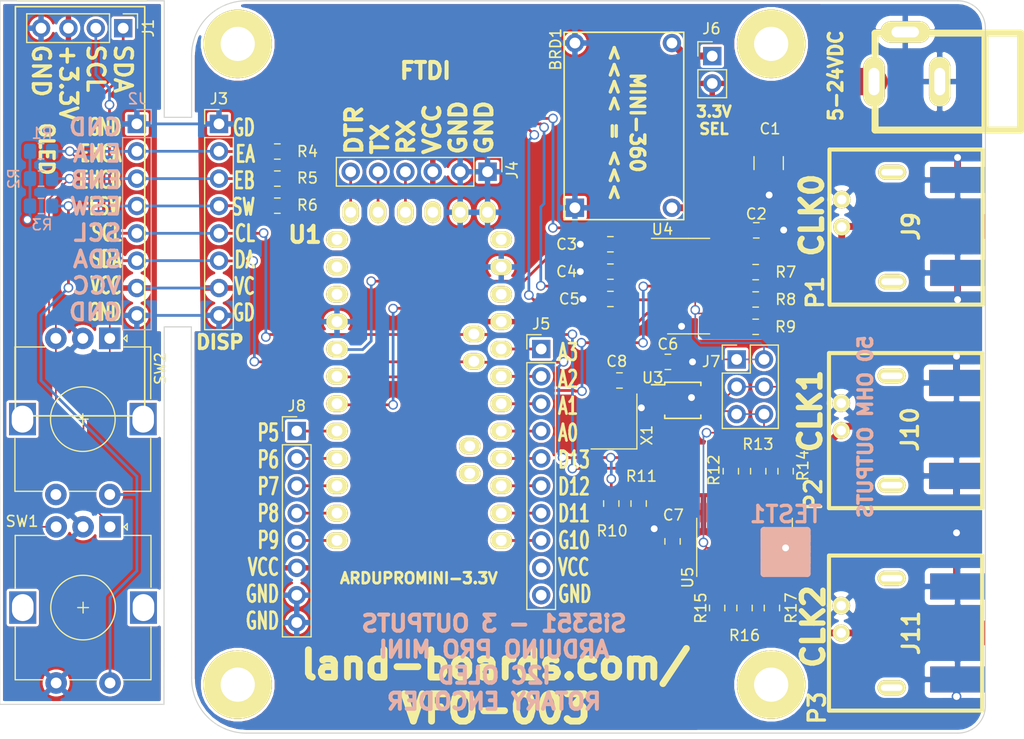
<source format=kicad_pcb>
(kicad_pcb (version 20171130) (host pcbnew "(5.1.5)-3")
  (title_block (title VFO-002) (date 2020-10-18) (rev 1) (company land-boards.com))
  (layers (0 F.Cu signal) (31 B.Cu signal) (36 B.SilkS user hide) (37 F.SilkS user) (38 B.Mask user hide) (39 F.Mask user) (44 Edge.Cuts user hide))
  (net 0 "")
  (net 1 GND)
  (net 2 /STM_TX)
  (net 3 /STM_RX)
  (net 4 +3V3)
  (net 5 /STM_SDA)
  (net 6 /STM_SCL)
  (net 7 "Net-(BRD1-PadIN+)")
  (net 8 /ENCSW)
  (net 9 /ENCB)
  (net 10 /ENCA)
  (net 11 "Net-(R7-Pad2)")
  (net 12 "Net-(R8-Pad2)")
  (net 13 "Net-(R9-Pad2)")
  (net 14 "Net-(R12-Pad2)")
  (net 15 /OUT0)
  (net 16 /OUT1)
  (net 17 /OUT3)
  (net 18 /CLK2)
  (net 19 /CLK1)
  (net 20 /CLK0)
  (net 21 "Net-(BRD1-PadOUT+)")
  (net 22 "Net-(C5-Pad1)")
  (net 23 "Net-(R15-Pad2)")
  (net 24 "Net-(R16-Pad2)")
  (net 25 "Net-(R17-Pad2)")
  (net 26 "Net-(C3-Pad1)")
  (net 27 "Net-(C4-Pad1)")
  (net 28 "Net-(R13-Pad2)")
  (net 29 "Net-(R14-Pad2)")
  (net 30 /STM_DTR)
  (net 31 /P2)
  (net 32 /P3)
  (net 33 /P4)
  (net 34 /A3)
  (net 35 /A2)
  (net 36 /A1)
  (net 37 /D13)
  (net 38 /D12)
  (net 39 /D11)
  (net 40 /D10)
  (net 41 /A0)
  (net 42 /P5)
  (net 43 /P6)
  (net 44 /P7)
  (net 45 /P8)
  (net 46 /P9)
  (net 47 "Net-(C8-Pad1)")
  (net 48 "Net-(C8-Pad2)")
  (module Oscillator:Oscillator_SMD_Abracon_ASE-4Pin_3.2x2.5mm_HandSoldering (layer F.Cu) (at 153.416 67.564 90)
    (fp_text reference X1 (at -1.27 3.048 90) (layer F.SilkS))
    (fp_text value ASE-xxxMHz)
    (pad 1 smd rect (at -1.375 1.1 90) (size 1.95 1.65) (layers F.Cu F.Paste F.Mask))
    (pad 2 smd rect (at 1.375 1.1 90) (size 1.95 1.65) (layers F.Cu F.Paste F.Mask) (net 1 GND))
    (pad 3 smd rect (at 1.375 -1.1 90) (size 1.95 1.65) (layers F.Cu F.Paste F.Mask) (net 48 "Net-(C8-Pad2)"))
    (pad 4 smd rect (at -1.375 -1.1 90) (size 1.95 1.65) (layers F.Cu F.Paste F.Mask) (net 4 +3V3))
  )
  (module LandBoards_BoardOutlines:ArduProMini (layer F.Cu) (at 125.1712 44.323)
    (fp_text reference U1 (at -0.4318 5.8928) (layer F.SilkS) (effects (font (size 1.5 1.5) (thickness 0.375))))
    (fp_text value ARDUPROMINI-3.3V (at 10.1346 37.7952) (layer F.SilkS) (effects (font (thickness 0.25))))
    (pad 6 thru_hole oval (at 3.81 3.81) (size 1.524 2) (drill 1) (layers *.Cu *.Mask F.SilkS) (net 30 /STM_DTR))
    (pad 5 thru_hole oval (at 6.35 3.81) (size 1.524 2) (drill 1) (layers *.Cu *.Mask F.SilkS) (net 2 /STM_TX))
    (pad 4 thru_hole oval (at 8.89 3.81) (size 1.524 2) (drill 1) (layers *.Cu *.Mask F.SilkS) (net 3 /STM_RX))
    (pad 3 thru_hole oval (at 11.43 3.81) (size 1.524 2) (drill 1) (layers *.Cu *.Mask F.SilkS))
    (pad 2 thru_hole oval (at 13.97 3.81) (size 1.524 2) (drill 1) (layers *.Cu *.Mask F.SilkS) (net 1 GND))
    (pad 1 thru_hole oval (at 16.51 3.81) (size 1.524 2) (drill 1) (layers *.Cu *.Mask F.SilkS) (net 1 GND))
    (pad 7 thru_hole oval (at 2.54 6.35) (size 2 1.524) (drill 1) (layers *.Cu *.Mask F.SilkS))
    (pad 8 thru_hole oval (at 2.54 8.89) (size 2 1.524) (drill 1) (layers *.Cu *.Mask F.SilkS))
    (pad 9 thru_hole oval (at 2.54 11.43) (size 2 1.524) (drill 1) (layers *.Cu *.Mask F.SilkS))
    (pad 10 thru_hole oval (at 2.54 13.97) (size 2 1.524) (drill 1) (layers *.Cu *.Mask F.SilkS) (net 1 GND))
    (pad 11 thru_hole oval (at 2.54 16.51) (size 2 1.524) (drill 1) (layers *.Cu *.Mask F.SilkS) (net 31 /P2))
    (pad 12 thru_hole oval (at 2.54 19.05) (size 2 1.524) (drill 1) (layers *.Cu *.Mask F.SilkS) (net 32 /P3))
    (pad 13 thru_hole oval (at 2.54 21.59) (size 2 1.524) (drill 1) (layers *.Cu *.Mask F.SilkS) (net 33 /P4))
    (pad 14 thru_hole oval (at 2.54 24.13) (size 2 1.524) (drill 1) (layers *.Cu *.Mask F.SilkS) (net 42 /P5))
    (pad 15 thru_hole oval (at 2.54 26.67) (size 2 1.524) (drill 1) (layers *.Cu *.Mask F.SilkS) (net 43 /P6))
    (pad 16 thru_hole oval (at 2.54 29.21) (size 2 1.524) (drill 1) (layers *.Cu *.Mask F.SilkS) (net 44 /P7))
    (pad 17 thru_hole oval (at 2.54 31.75) (size 2 1.524) (drill 1) (layers *.Cu *.Mask F.SilkS) (net 45 /P8))
    (pad 18 thru_hole oval (at 2.54 34.29) (size 2 1.524) (drill 1) (layers *.Cu *.Mask F.SilkS) (net 46 /P9))
    (pad 19 thru_hole oval (at 17.78 6.35) (size 2 1.524) (drill 1) (layers *.Cu *.Mask F.SilkS))
    (pad 20 thru_hole oval (at 17.78 8.89) (size 2 1.524) (drill 1) (layers *.Cu *.Mask F.SilkS) (net 1 GND))
    (pad 21 thru_hole oval (at 17.78 11.43) (size 2 1.524) (drill 1) (layers *.Cu *.Mask F.SilkS))
    (pad 22 thru_hole oval (at 17.78 13.97) (size 2 1.524) (drill 1) (layers *.Cu *.Mask F.SilkS) (net 4 +3V3))
    (pad 23 thru_hole oval (at 17.78 16.51) (size 2 1.524) (drill 1) (layers *.Cu *.Mask F.SilkS) (net 34 /A3))
    (pad 24 thru_hole oval (at 17.78 19.05) (size 2 1.524) (drill 1) (layers *.Cu *.Mask F.SilkS) (net 35 /A2))
    (pad 25 thru_hole oval (at 17.78 21.59) (size 2 1.524) (drill 1) (layers *.Cu *.Mask F.SilkS) (net 36 /A1))
    (pad 26 thru_hole oval (at 17.78 24.13) (size 2 1.524) (drill 1) (layers *.Cu *.Mask F.SilkS) (net 41 /A0))
    (pad 27 thru_hole oval (at 17.78 26.67) (size 2 1.524) (drill 1) (layers *.Cu *.Mask F.SilkS) (net 37 /D13))
    (pad 28 thru_hole oval (at 17.78 29.21) (size 2 1.524) (drill 1) (layers *.Cu *.Mask F.SilkS) (net 38 /D12))
    (pad 29 thru_hole oval (at 17.78 31.75) (size 2 1.524) (drill 1) (layers *.Cu *.Mask F.SilkS) (net 39 /D11))
    (pad 30 thru_hole oval (at 17.78 34.29) (size 2 1.524) (drill 1) (layers *.Cu *.Mask F.SilkS) (net 40 /D10))
    (pad 31 thru_hole oval (at 15.24 15.113) (size 2 1.524) (drill 1) (layers *.Cu *.Mask F.SilkS) (net 6 /STM_SCL))
    (pad 32 thru_hole oval (at 15.24 17.653) (size 2 1.524) (drill 1) (layers *.Cu *.Mask F.SilkS) (net 5 /STM_SDA))
    (pad 34 thru_hole oval (at 14.859 25.527) (size 2 1.524) (drill 1) (layers *.Cu *.Mask F.SilkS))
    (pad 35 thru_hole oval (at 14.859 28.067) (size 2 1.524) (drill 1) (layers *.Cu *.Mask F.SilkS))
  )
  (module Capacitor_SMD:C_0805_2012Metric_Pad1.15x1.40mm_HandSolder (layer F.Cu) (at 153.924 63.754 180)
    (fp_text reference C8 (at 0.254 1.778) (layer F.SilkS))
    (fp_text value 0.1uF)
    (pad 1 smd roundrect (at -1.025 0 180) (size 1.15 1.4) (layers F.Cu F.Paste F.Mask) (roundrect_rratio 0.217391) (net 47 "Net-(C8-Pad1)"))
    (pad 2 smd roundrect (at 1.025 0 180) (size 1.15 1.4) (layers F.Cu F.Paste F.Mask) (roundrect_rratio 0.217391) (net 48 "Net-(C8-Pad2)"))
  )
  (module Connector_PinHeader_2.54mm:PinHeader_1x06_P2.54mm_Vertical (layer F.Cu) (at 141.6812 44.3738 270)
    (fp_text reference J4 (at -0.1524 -2.286 90) (layer F.SilkS))
    (fp_text value Conn_01x06)
    (pad 6 thru_hole oval (at 0 12.7 270) (size 1.7 1.7) (drill 1) (layers *.Cu *.Mask) (net 30 /STM_DTR))
    (pad 5 thru_hole oval (at 0 10.16 270) (size 1.7 1.7) (drill 1) (layers *.Cu *.Mask) (net 2 /STM_TX))
    (pad 4 thru_hole oval (at 0 7.62 270) (size 1.7 1.7) (drill 1) (layers *.Cu *.Mask) (net 3 /STM_RX))
    (pad 3 thru_hole oval (at 0 5.08 270) (size 1.7 1.7) (drill 1) (layers *.Cu *.Mask) (net 4 +3V3))
    (pad 2 thru_hole oval (at 0 2.54 270) (size 1.7 1.7) (drill 1) (layers *.Cu *.Mask) (net 1 GND))
    (pad 1 thru_hole rect (at 0 0 270) (size 1.7 1.7) (drill 1) (layers *.Cu *.Mask) (net 1 GND))
  )
  (module LandBoards_Conns:BNC-RT-OVAL_MTG (layer F.Cu) (at 174.5 87.2 270)
    (fp_text reference P3 (at 6.959 2.241 90) (layer F.SilkS) (effects (font (size 1.524 1.524) (thickness 0.3048))))
    (fp_text value BNC hide)
    (pad 1 thru_hole circle (at 0 0 270) (size 1.5748 1.5748) (drill 0.889) (layers *.Cu *.Mask F.SilkS) (net 17 /OUT3))
    (pad 2 thru_hole circle (at -2.54 0 270) (size 1.651 1.651) (drill 0.889) (layers *.Cu *.Mask F.SilkS) (net 1 GND))
    (pad "" thru_hole oval (at -5.08 -4.68 270) (size 1.4 2.6) (drill oval 0.6 2.00914) (layers *.Cu *.Mask F.SilkS))
    (pad "" thru_hole oval (at 5.08 -4.68 270) (size 1.4 2.6) (drill oval 0.6 2.00914) (layers *.Cu *.Mask F.SilkS))
  )
  (module LandBoards_Conns:BNC-RT-OVAL_MTG (layer F.Cu) (at 174.5 68.4 270)
    (fp_text reference P2 (at 5.94 2.59 270) (layer F.SilkS) (effects (font (size 1.524 1.524) (thickness 0.3048))))
    (fp_text value BNC hide)
    (pad 1 thru_hole circle (at 0 0 270) (size 1.5748 1.5748) (drill 0.889) (layers *.Cu *.Mask F.SilkS) (net 16 /OUT1))
    (pad 2 thru_hole circle (at -2.54 0 270) (size 1.651 1.651) (drill 0.889) (layers *.Cu *.Mask F.SilkS) (net 1 GND))
    (pad "" thru_hole oval (at -5.08 -4.68 270) (size 1.4 2.6) (drill oval 0.6 2.00914) (layers *.Cu *.Mask F.SilkS))
    (pad "" thru_hole oval (at 5.08 -4.68 270) (size 1.4 2.6) (drill oval 0.6 2.00914) (layers *.Cu *.Mask F.SilkS))
  )
  (module LandBoards_Conns:BNC-RT-OVAL_MTG (layer F.Cu) (at 174.545 49.5 270)
    (fp_text reference P1 (at 6.08 2.465 270) (layer F.SilkS) (effects (font (size 1.524 1.524) (thickness 0.3048))))
    (fp_text value BNC hide)
    (pad 1 thru_hole circle (at 0 0 270) (size 1.5748 1.5748) (drill 0.889) (layers *.Cu *.Mask F.SilkS) (net 15 /OUT0))
    (pad 2 thru_hole circle (at -2.54 0 270) (size 1.651 1.651) (drill 0.889) (layers *.Cu *.Mask F.SilkS) (net 1 GND))
    (pad "" thru_hole oval (at -5.08 -4.68 270) (size 1.4 2.6) (drill oval 0.6 2.00914) (layers *.Cu *.Mask F.SilkS))
    (pad "" thru_hole oval (at 5.08 -4.68 270) (size 1.4 2.6) (drill oval 0.6 2.00914) (layers *.Cu *.Mask F.SilkS))
  )
  (module LandBoards_BoardOutlines:MINI-360 (layer F.Cu) (at 148.7894 48.82 90)
    (fp_text reference BRD1 (at 15.82 -0.7894 270) (layer F.SilkS))
    (fp_text value MINI-360)
    (pad OUT+ thru_hole oval (at 16.4 10 90) (size 1.7 1.7) (drill 1) (layers *.Cu *.Mask) (net 21 "Net-(BRD1-PadOUT+)"))
    (pad IN+ thru_hole oval (at 1.1 10 90) (size 1.7 1.7) (drill 1) (layers *.Cu *.Mask) (net 7 "Net-(BRD1-PadIN+)"))
    (pad OUT- thru_hole oval (at 16.4 1 90) (size 1.7 1.7) (drill 1) (layers *.Cu *.Mask) (net 1 GND))
    (pad IN- thru_hole rect (at 1.1 1 90) (size 1.7 1.7) (drill 1) (layers *.Cu *.Mask) (net 1 GND))
  )
  (module LandBoards_BoardOutlines:OLED-091in (layer F.Cu) (at 107.87 31.04 270)
    (fp_text reference J1 (at 0 -2.33 90) (layer F.SilkS))
    (fp_text value OLED_I2C)
    (pad 4 thru_hole oval (at 0 7.62 270) (size 1.7 1.7) (drill 1) (layers *.Cu *.Mask) (net 1 GND))
    (pad 3 thru_hole oval (at 0 5.08 270) (size 1.7 1.7) (drill 1) (layers *.Cu *.Mask) (net 4 +3V3))
    (pad 2 thru_hole oval (at 0 2.54 270) (size 1.7 1.7) (drill 1) (layers *.Cu *.Mask) (net 6 /STM_SCL))
    (pad 1 thru_hole rect (at 0 0 270) (size 1.7 1.7) (drill 1) (layers *.Cu *.Mask) (net 5 /STM_SDA))
  )
  (module Rotary_Encoder:RotaryEncoder_Alps_EC12E-Switch_Vertical_H20mm (layer F.Cu) (at 106.6254 59.8436 270)
    (fp_text reference SW2 (at 2.8 -4.7 90) (layer F.SilkS))
    (fp_text value Rotary_Encoder_Switch)
    (pad S2 thru_hole circle (at 14.5 5 270) (size 2 2) (drill 1) (layers *.Cu *.Mask))
    (pad S1 thru_hole circle (at 14.5 0 270) (size 2 2) (drill 1) (layers *.Cu *.Mask) (net 8 /ENCSW))
    (pad MP thru_hole rect (at 7.5 8.1 270) (size 3 2.5) (drill oval 2.5 2) (layers *.Cu *.Mask))
    (pad MP thru_hole rect (at 7.5 -3.1 270) (size 3 2.5) (drill oval 2.5 2) (layers *.Cu *.Mask))
    (pad B thru_hole circle (at 0 5 270) (size 2 2) (drill 1) (layers *.Cu *.Mask) (net 9 /ENCB))
    (pad C thru_hole circle (at 0 2.5 270) (size 2 2) (drill 1) (layers *.Cu *.Mask) (net 1 GND))
    (pad A thru_hole rect (at 0 0 270) (size 2 2) (drill 1) (layers *.Cu *.Mask) (net 10 /ENCA))
  )
  (module Connector_PinHeader_2.54mm:PinHeader_1x08_P2.54mm_Vertical (layer B.Cu) (at 109.14 39.93 180)
    (fp_text reference J2 (at 0 2.33) (layer B.SilkS) (effects (justify mirror)))
    (fp_text value Conn_01x08)
    (pad 8 thru_hole oval (at 0 -17.78 180) (size 1.7 1.7) (drill 1) (layers *.Cu *.Mask) (net 1 GND))
    (pad 7 thru_hole oval (at 0 -15.24 180) (size 1.7 1.7) (drill 1) (layers *.Cu *.Mask) (net 4 +3V3))
    (pad 6 thru_hole oval (at 0 -12.7 180) (size 1.7 1.7) (drill 1) (layers *.Cu *.Mask) (net 5 /STM_SDA))
    (pad 5 thru_hole oval (at 0 -10.16 180) (size 1.7 1.7) (drill 1) (layers *.Cu *.Mask) (net 6 /STM_SCL))
    (pad 4 thru_hole oval (at 0 -7.62 180) (size 1.7 1.7) (drill 1) (layers *.Cu *.Mask) (net 8 /ENCSW))
    (pad 3 thru_hole oval (at 0 -5.08 180) (size 1.7 1.7) (drill 1) (layers *.Cu *.Mask) (net 9 /ENCB))
    (pad 2 thru_hole oval (at 0 -2.54 180) (size 1.7 1.7) (drill 1) (layers *.Cu *.Mask) (net 10 /ENCA))
    (pad 1 thru_hole rect (at 0 0 180) (size 1.7 1.7) (drill 1) (layers *.Cu *.Mask) (net 1 GND))
  )
  (module Connector_PinHeader_2.54mm:PinHeader_1x08_P2.54mm_Vertical (layer F.Cu) (at 116.76 39.93)
    (fp_text reference J3 (at 0 -2.33) (layer F.SilkS))
    (fp_text value Conn_01x08)
    (pad 8 thru_hole oval (at 0 17.78) (size 1.7 1.7) (drill 1) (layers *.Cu *.Mask) (net 1 GND))
    (pad 7 thru_hole oval (at 0 15.24) (size 1.7 1.7) (drill 1) (layers *.Cu *.Mask) (net 4 +3V3))
    (pad 6 thru_hole oval (at 0 12.7) (size 1.7 1.7) (drill 1) (layers *.Cu *.Mask) (net 5 /STM_SDA))
    (pad 5 thru_hole oval (at 0 10.16) (size 1.7 1.7) (drill 1) (layers *.Cu *.Mask) (net 6 /STM_SCL))
    (pad 4 thru_hole oval (at 0 7.62) (size 1.7 1.7) (drill 1) (layers *.Cu *.Mask) (net 8 /ENCSW))
    (pad 3 thru_hole oval (at 0 5.08) (size 1.7 1.7) (drill 1) (layers *.Cu *.Mask) (net 9 /ENCB))
    (pad 2 thru_hole oval (at 0 2.54) (size 1.7 1.7) (drill 1) (layers *.Cu *.Mask) (net 10 /ENCA))
    (pad 1 thru_hole rect (at 0 0) (size 1.7 1.7) (drill 1) (layers *.Cu *.Mask) (net 1 GND))
  )
  (module LandBoards_Conns:DCJ-NEW-Slotted (layer F.Cu) (at 183.642 36 180)
    (fp_text reference J99 hide)
    (fp_text value DCJ0202 hide)
    (pad 3 thru_hole oval (at 3.2 4.6 180) (size 4.6 2) (drill oval 2.54 1) (layers *.Cu *.Mask F.SilkS) (net 1 GND))
    (pad 1 thru_hole oval (at 6.1 0 180) (size 2 4.6) (drill oval 1 2.54) (layers *.Cu *.Mask F.SilkS) (net 7 "Net-(BRD1-PadIN+)"))
    (pad 2 thru_hole oval (at 0 0 180) (size 2 4.6) (drill oval 1 2.54) (layers *.Cu *.Mask F.SilkS) (net 1 GND))
  )
  (module Resistor_SMD:R_0805_2012Metric_Pad1.15x1.40mm_HandSolder (layer B.Cu) (at 100.25 45.01)
    (fp_text reference R2 (at -2.54 0 90) (layer B.SilkS) (effects (justify mirror)))
    (fp_text value 10K)
    (pad 2 smd roundrect (at 1.025 0) (size 1.15 1.4) (layers B.Cu B.Paste B.Mask) (roundrect_rratio 0.217391) (net 9 /ENCB))
    (pad 1 smd roundrect (at -1.025 0) (size 1.15 1.4) (layers B.Cu B.Paste B.Mask) (roundrect_rratio 0.217391) (net 4 +3V3))
  )
  (module Resistor_SMD:R_0805_2012Metric_Pad1.15x1.40mm_HandSolder (layer B.Cu) (at 100.25 42.47)
    (fp_text reference R1 (at 0.09 -1.67) (layer B.SilkS) (effects (justify mirror)))
    (fp_text value 10K)
    (pad 2 smd roundrect (at 1.025 0) (size 1.15 1.4) (layers B.Cu B.Paste B.Mask) (roundrect_rratio 0.217391) (net 10 /ENCA))
    (pad 1 smd roundrect (at -1.025 0) (size 1.15 1.4) (layers B.Cu B.Paste B.Mask) (roundrect_rratio 0.217391) (net 4 +3V3))
  )
  (module Resistor_SMD:R_0805_2012Metric_Pad1.15x1.40mm_HandSolder (layer B.Cu) (at 100.25 47.55)
    (fp_text reference R3 (at 0.09 1.75) (layer B.SilkS) (effects (justify mirror)))
    (fp_text value 10K)
    (pad 2 smd roundrect (at 1.025 0) (size 1.15 1.4) (layers B.Cu B.Paste B.Mask) (roundrect_rratio 0.217391) (net 8 /ENCSW))
    (pad 1 smd roundrect (at -1.025 0) (size 1.15 1.4) (layers B.Cu B.Paste B.Mask) (roundrect_rratio 0.217391) (net 4 +3V3))
  )
  (module Resistor_SMD:R_0805_2012Metric_Pad1.15x1.40mm_HandSolder (layer F.Cu) (at 166.562 58.772 180)
    (fp_text reference R9 (at -2.776 0) (layer F.SilkS))
    (fp_text value 150)
    (pad 2 smd roundrect (at 1.025 0 180) (size 1.15 1.4) (layers F.Cu F.Paste F.Mask) (roundrect_rratio 0.217391) (net 13 "Net-(R9-Pad2)"))
    (pad 1 smd roundrect (at -1.025 0 180) (size 1.15 1.4) (layers F.Cu F.Paste F.Mask) (roundrect_rratio 0.217391) (net 15 /OUT0))
  )
  (module Resistor_SMD:R_0805_2012Metric_Pad1.15x1.40mm_HandSolder (layer F.Cu) (at 166.562 56.232 180)
    (fp_text reference R8 (at -2.794 0) (layer F.SilkS))
    (fp_text value 150)
    (pad 2 smd roundrect (at 1.025 0 180) (size 1.15 1.4) (layers F.Cu F.Paste F.Mask) (roundrect_rratio 0.217391) (net 12 "Net-(R8-Pad2)"))
    (pad 1 smd roundrect (at -1.025 0 180) (size 1.15 1.4) (layers F.Cu F.Paste F.Mask) (roundrect_rratio 0.217391) (net 15 /OUT0))
  )
  (module Resistor_SMD:R_0805_2012Metric_Pad1.15x1.40mm_HandSolder (layer F.Cu) (at 166.798 72.18 270)
    (fp_text reference R13 (at -2.5078 0.0216 180) (layer F.SilkS))
    (fp_text value 150)
    (pad 2 smd roundrect (at 1.025 0 270) (size 1.15 1.4) (layers F.Cu F.Paste F.Mask) (roundrect_rratio 0.217391) (net 28 "Net-(R13-Pad2)"))
    (pad 1 smd roundrect (at -1.025 0 270) (size 1.15 1.4) (layers F.Cu F.Paste F.Mask) (roundrect_rratio 0.217391) (net 16 /OUT1))
  )
  (module Resistor_SMD:R_0805_2012Metric_Pad1.15x1.40mm_HandSolder (layer F.Cu) (at 164.258 72.18 270)
    (fp_text reference R12 (at -0.0948 1.571 90) (layer F.SilkS))
    (fp_text value 150)
    (pad 2 smd roundrect (at 1.025 0 270) (size 1.15 1.4) (layers F.Cu F.Paste F.Mask) (roundrect_rratio 0.217391) (net 14 "Net-(R12-Pad2)"))
    (pad 1 smd roundrect (at -1.025 0 270) (size 1.15 1.4) (layers F.Cu F.Paste F.Mask) (roundrect_rratio 0.217391) (net 16 /OUT1))
  )
  (module Resistor_SMD:R_0805_2012Metric_Pad1.15x1.40mm_HandSolder (layer F.Cu) (at 169.338 72.18 270)
    (fp_text reference R14 (at -0.5266 -1.604 90) (layer F.SilkS))
    (fp_text value 150)
    (pad 2 smd roundrect (at 1.025 0 270) (size 1.15 1.4) (layers F.Cu F.Paste F.Mask) (roundrect_rratio 0.217391) (net 29 "Net-(R14-Pad2)"))
    (pad 1 smd roundrect (at -1.025 0 270) (size 1.15 1.4) (layers F.Cu F.Paste F.Mask) (roundrect_rratio 0.217391) (net 16 /OUT1))
  )
  (module Resistor_SMD:R_0805_2012Metric_Pad1.15x1.40mm_HandSolder (layer F.Cu) (at 162.988 84.88 90)
    (fp_text reference R15 (at -0.008 -1.524 90) (layer F.SilkS))
    (fp_text value 150)
    (pad 2 smd roundrect (at 1.025 0 90) (size 1.15 1.4) (layers F.Cu F.Paste F.Mask) (roundrect_rratio 0.217391) (net 23 "Net-(R15-Pad2)"))
    (pad 1 smd roundrect (at -1.025 0 90) (size 1.15 1.4) (layers F.Cu F.Paste F.Mask) (roundrect_rratio 0.217391) (net 17 /OUT3))
  )
  (module Resistor_SMD:R_0805_2012Metric_Pad1.15x1.40mm_HandSolder (layer F.Cu) (at 153.162 75.184 90)
    (fp_text reference R10 (at -2.54 0.08 180) (layer F.SilkS))
    (fp_text value 10K)
    (pad 2 smd roundrect (at 1.025 0 90) (size 1.15 1.4) (layers F.Cu F.Paste F.Mask) (roundrect_rratio 0.217391) (net 5 /STM_SDA))
    (pad 1 smd roundrect (at -1.025 0 90) (size 1.15 1.4) (layers F.Cu F.Paste F.Mask) (roundrect_rratio 0.217391) (net 4 +3V3))
  )
  (module Resistor_SMD:R_0805_2012Metric_Pad1.15x1.40mm_HandSolder (layer F.Cu) (at 155.702 75.184 90)
    (fp_text reference R11 (at 2.54 0.254) (layer F.SilkS))
    (fp_text value 10K)
    (pad 2 smd roundrect (at 1.025 0 90) (size 1.15 1.4) (layers F.Cu F.Paste F.Mask) (roundrect_rratio 0.217391) (net 6 /STM_SCL))
    (pad 1 smd roundrect (at -1.025 0 90) (size 1.15 1.4) (layers F.Cu F.Paste F.Mask) (roundrect_rratio 0.217391) (net 4 +3V3))
  )
  (module Resistor_SMD:R_0805_2012Metric_Pad1.15x1.40mm_HandSolder (layer F.Cu) (at 166.562 53.692 180)
    (fp_text reference R7 (at -2.794 0) (layer F.SilkS))
    (fp_text value 150)
    (pad 2 smd roundrect (at 1.025 0 180) (size 1.15 1.4) (layers F.Cu F.Paste F.Mask) (roundrect_rratio 0.217391) (net 11 "Net-(R7-Pad2)"))
    (pad 1 smd roundrect (at -1.025 0 180) (size 1.15 1.4) (layers F.Cu F.Paste F.Mask) (roundrect_rratio 0.217391) (net 15 /OUT0))
  )
  (module Resistor_SMD:R_0805_2012Metric_Pad1.15x1.40mm_HandSolder (layer F.Cu) (at 165.528 84.88 90)
    (fp_text reference R16 (at -2.548 0 180) (layer F.SilkS))
    (fp_text value 150)
    (pad 2 smd roundrect (at 1.025 0 90) (size 1.15 1.4) (layers F.Cu F.Paste F.Mask) (roundrect_rratio 0.217391) (net 24 "Net-(R16-Pad2)"))
    (pad 1 smd roundrect (at -1.025 0 90) (size 1.15 1.4) (layers F.Cu F.Paste F.Mask) (roundrect_rratio 0.217391) (net 17 /OUT3))
  )
  (module Resistor_SMD:R_0805_2012Metric_Pad1.15x1.40mm_HandSolder (layer F.Cu) (at 168.068 84.88 90)
    (fp_text reference R17 (at -0.008 1.778 90) (layer F.SilkS))
    (fp_text value 150)
    (pad 2 smd roundrect (at 1.025 0 90) (size 1.15 1.4) (layers F.Cu F.Paste F.Mask) (roundrect_rratio 0.217391) (net 25 "Net-(R17-Pad2)"))
    (pad 1 smd roundrect (at -1.025 0 90) (size 1.15 1.4) (layers F.Cu F.Paste F.Mask) (roundrect_rratio 0.217391) (net 17 /OUT3))
  )
  (module Rotary_Encoder:RotaryEncoder_Alps_EC12E-Switch_Vertical_H20mm (layer F.Cu) (at 106.6508 77.3442 270)
    (fp_text reference SW1 (at -0.514 8.168 180) (layer F.SilkS))
    (fp_text value Rotary_Encoder_Switch)
    (pad A thru_hole rect (at 0 0 270) (size 2 2) (drill 1) (layers *.Cu *.Mask) (net 10 /ENCA))
    (pad C thru_hole circle (at 0 2.5 270) (size 2 2) (drill 1) (layers *.Cu *.Mask) (net 1 GND))
    (pad B thru_hole circle (at 0 5 270) (size 2 2) (drill 1) (layers *.Cu *.Mask) (net 9 /ENCB))
    (pad MP thru_hole rect (at 7.5 -3.1 270) (size 3 2.5) (drill oval 2.5 2) (layers *.Cu *.Mask))
    (pad MP thru_hole rect (at 7.5 8.1 270) (size 3 2.5) (drill oval 2.5 2) (layers *.Cu *.Mask))
    (pad S1 thru_hole circle (at 14.5 0 270) (size 2 2) (drill 1) (layers *.Cu *.Mask) (net 8 /ENCSW))
    (pad S2 thru_hole circle (at 14.5 5 270) (size 2 2) (drill 1) (layers *.Cu *.Mask) (net 1 GND))
  )
  (module LandBoards_Marking:TEST_BLK-REAR (layer F.Cu) (at 169.338 79.681)
    (fp_text reference TEST1 (at 0 -3.5) (layer B.SilkS) (effects (font (size 1.524 1.524) (thickness 0.3048)) (justify mirror)))
    (fp_text value COUPON hide)
  )
  (module Package_SO:MSOP-10_3x3mm_P0.5mm (layer F.Cu) (at 159.8 65.6)
    (fp_text reference U3 (at -2.794 -2.1) (layer F.SilkS))
    (fp_text value Si5351A)
    (pad 10 smd rect (at 2.2 -1) (size 1.4 0.3) (layers F.Cu F.Paste F.Mask) (net 20 /CLK0))
    (pad 9 smd rect (at 2.2 -0.5) (size 1.4 0.3) (layers F.Cu F.Paste F.Mask) (net 19 /CLK1))
    (pad 8 smd rect (at 2.2 0) (size 1.4 0.3) (layers F.Cu F.Paste F.Mask) (net 1 GND))
    (pad 7 smd rect (at 2.2 0.5) (size 1.4 0.3) (layers F.Cu F.Paste F.Mask) (net 4 +3V3))
    (pad 6 smd rect (at 2.2 1) (size 1.4 0.3) (layers F.Cu F.Paste F.Mask) (net 18 /CLK2))
    (pad 5 smd rect (at -2.2 1) (size 1.4 0.3) (layers F.Cu F.Paste F.Mask) (net 5 /STM_SDA))
    (pad 4 smd rect (at -2.2 0.5) (size 1.4 0.3) (layers F.Cu F.Paste F.Mask) (net 6 /STM_SCL))
    (pad 3 smd rect (at -2.2 0) (size 1.4 0.3) (layers F.Cu F.Paste F.Mask))
    (pad 2 smd rect (at -2.2 -0.5) (size 1.4 0.3) (layers F.Cu F.Paste F.Mask) (net 47 "Net-(C8-Pad1)"))
    (pad 1 smd rect (at -2.2 -1) (size 1.4 0.3) (layers F.Cu F.Paste F.Mask) (net 4 +3V3))
  )
  (module Package_SO:SOIC-14_3.9x8.7mm_P1.27mm (layer F.Cu) (at 160.342 54.992)
    (fp_text reference U4 (at -2.434 -5.27) (layer F.SilkS))
    (fp_text value 74AC14)
    (pad 14 smd roundrect (at 2.475 -3.81) (size 1.95 0.6) (layers F.Cu F.Paste F.Mask) (net 4 +3V3))
    (pad 13 smd roundrect (at 2.475 -2.54) (size 1.95 0.6) (layers F.Cu F.Paste F.Mask) (net 20 /CLK0))
    (pad 12 smd roundrect (at 2.475 -1.27) (size 1.95 0.6) (layers F.Cu F.Paste F.Mask) (net 11 "Net-(R7-Pad2)"))
    (pad 11 smd roundrect (at 2.475 0) (size 1.95 0.6) (layers F.Cu F.Paste F.Mask) (net 20 /CLK0))
    (pad 10 smd roundrect (at 2.475 1.27) (size 1.95 0.6) (layers F.Cu F.Paste F.Mask) (net 12 "Net-(R8-Pad2)"))
    (pad 9 smd roundrect (at 2.475 2.54) (size 1.95 0.6) (layers F.Cu F.Paste F.Mask) (net 20 /CLK0))
    (pad 8 smd roundrect (at 2.475 3.81) (size 1.95 0.6) (layers F.Cu F.Paste F.Mask) (net 13 "Net-(R9-Pad2)"))
    (pad 7 smd roundrect (at -2.475 3.81) (size 1.95 0.6) (layers F.Cu F.Paste F.Mask) (net 1 GND))
    (pad 6 smd roundrect (at -2.475 2.54) (size 1.95 0.6) (layers F.Cu F.Paste F.Mask) (net 33 /P4))
    (pad 5 smd roundrect (at -2.475 1.27) (size 1.95 0.6) (layers F.Cu F.Paste F.Mask) (net 22 "Net-(C5-Pad1)"))
    (pad 4 smd roundrect (at -2.475 0) (size 1.95 0.6) (layers F.Cu F.Paste F.Mask) (net 32 /P3))
    (pad 3 smd roundrect (at -2.475 -1.27) (size 1.95 0.6) (layers F.Cu F.Paste F.Mask) (net 27 "Net-(C4-Pad1)"))
    (pad 2 smd roundrect (at -2.475 -2.54) (size 1.95 0.6) (layers F.Cu F.Paste F.Mask) (net 31 /P2))
    (pad 1 smd roundrect (at -2.475 -3.81) (size 1.95 0.6) (layers F.Cu F.Paste F.Mask) (net 26 "Net-(C3-Pad1)"))
  )
  (module Package_SO:SOIC-14_3.9x8.7mm_P1.27mm (layer F.Cu) (at 165.528 78.5 90)
    (fp_text reference U5 (at -3.556 -5.28 90) (layer F.SilkS))
    (fp_text value 74AC14)
    (pad 14 smd roundrect (at 2.475 -3.81 90) (size 1.95 0.6) (layers F.Cu F.Paste F.Mask) (net 4 +3V3))
    (pad 13 smd roundrect (at 2.475 -2.54 90) (size 1.95 0.6) (layers F.Cu F.Paste F.Mask) (net 19 /CLK1))
    (pad 12 smd roundrect (at 2.475 -1.27 90) (size 1.95 0.6) (layers F.Cu F.Paste F.Mask) (net 14 "Net-(R12-Pad2)"))
    (pad 11 smd roundrect (at 2.475 0 90) (size 1.95 0.6) (layers F.Cu F.Paste F.Mask) (net 19 /CLK1))
    (pad 10 smd roundrect (at 2.475 1.27 90) (size 1.95 0.6) (layers F.Cu F.Paste F.Mask) (net 28 "Net-(R13-Pad2)"))
    (pad 9 smd roundrect (at 2.475 2.54 90) (size 1.95 0.6) (layers F.Cu F.Paste F.Mask) (net 19 /CLK1))
    (pad 8 smd roundrect (at 2.475 3.81 90) (size 1.95 0.6) (layers F.Cu F.Paste F.Mask) (net 29 "Net-(R14-Pad2)"))
    (pad 7 smd roundrect (at -2.475 3.81 90) (size 1.95 0.6) (layers F.Cu F.Paste F.Mask) (net 1 GND))
    (pad 6 smd roundrect (at -2.475 2.54 90) (size 1.95 0.6) (layers F.Cu F.Paste F.Mask) (net 25 "Net-(R17-Pad2)"))
    (pad 5 smd roundrect (at -2.475 1.27 90) (size 1.95 0.6) (layers F.Cu F.Paste F.Mask) (net 18 /CLK2))
    (pad 4 smd roundrect (at -2.475 0 90) (size 1.95 0.6) (layers F.Cu F.Paste F.Mask) (net 24 "Net-(R16-Pad2)"))
    (pad 3 smd roundrect (at -2.475 -1.27 90) (size 1.95 0.6) (layers F.Cu F.Paste F.Mask) (net 18 /CLK2))
    (pad 2 smd roundrect (at -2.475 -2.54 90) (size 1.95 0.6) (layers F.Cu F.Paste F.Mask) (net 23 "Net-(R15-Pad2)"))
    (pad 1 smd roundrect (at -2.475 -3.81 90) (size 1.95 0.6) (layers F.Cu F.Paste F.Mask) (net 18 /CLK2))
  )
  (module LandBoards_MountHoles:MTG-4-40 (layer F.Cu) (at 168 32.5)
    (fp_text reference MTG1 hide)
    (fp_text value MTG_HOLE hide)
    (pad 1 thru_hole circle (at 0 0) (size 6.35 6.35) (drill 3.175) (layers *.Cu *.Mask F.SilkS))
  )
  (module LandBoards_MountHoles:MTG-4-40 (layer F.Cu) (at 118.5 92)
    (fp_text reference MTG2 hide)
    (fp_text value MTG_HOLE hide)
    (pad 1 thru_hole circle (at 0 0) (size 6.35 6.35) (drill 3.175) (layers *.Cu *.Mask F.SilkS))
  )
  (module LandBoards_MountHoles:MTG-4-40 (layer F.Cu) (at 168 92)
    (fp_text reference MTG3 hide)
    (fp_text value MTG_HOLE hide)
    (pad 1 thru_hole circle (at 0 0) (size 6.35 6.35) (drill 3.175) (layers *.Cu *.Mask F.SilkS))
  )
  (module LandBoards_MountHoles:MTG-4-40 (layer F.Cu) (at 118.5 32.5)
    (fp_text reference MTG4 hide)
    (fp_text value MTG_HOLE hide)
    (pad 1 thru_hole circle (at 0 0) (size 6.35 6.35) (drill 3.175) (layers *.Cu *.Mask F.SilkS))
  )
  (module Capacitor_SMD:C_0805_2012Metric_Pad1.15x1.40mm_HandSolder (layer F.Cu) (at 166.6202 49.8152)
    (fp_text reference C2 (at 0 -1.524) (layer F.SilkS))
    (fp_text value 0.1uF)
    (pad 2 smd roundrect (at 1.025 0) (size 1.15 1.4) (layers F.Cu F.Paste F.Mask) (roundrect_rratio 0.217391) (net 1 GND))
    (pad 1 smd roundrect (at -1.025 0) (size 1.15 1.4) (layers F.Cu F.Paste F.Mask) (roundrect_rratio 0.217391) (net 4 +3V3))
  )
  (module Capacitor_SMD:C_0805_2012Metric_Pad1.15x1.40mm_HandSolder (layer F.Cu) (at 158.85 78.7 90)
    (fp_text reference C7 (at 2.448 0.074 180) (layer F.SilkS))
    (fp_text value 0.1uF)
    (pad 2 smd roundrect (at 1.025 0 90) (size 1.15 1.4) (layers F.Cu F.Paste F.Mask) (roundrect_rratio 0.217391) (net 1 GND))
    (pad 1 smd roundrect (at -1.025 0 90) (size 1.15 1.4) (layers F.Cu F.Paste F.Mask) (roundrect_rratio 0.217391) (net 4 +3V3))
  )
  (module Capacitor_SMD:C_0805_2012Metric_Pad1.15x1.40mm_HandSolder (layer F.Cu) (at 158.416 62.028)
    (fp_text reference C6 (at 0 -1.65) (layer F.SilkS))
    (fp_text value 0.1uF)
    (pad 2 smd roundrect (at 1.025 0) (size 1.15 1.4) (layers F.Cu F.Paste F.Mask) (roundrect_rratio 0.217391) (net 1 GND))
    (pad 1 smd roundrect (at -1.025 0) (size 1.15 1.4) (layers F.Cu F.Paste F.Mask) (roundrect_rratio 0.217391) (net 4 +3V3))
  )
  (module Capacitor_SMD:C_1210_3225Metric_Pad1.42x2.65mm_HandSolder (layer F.Cu) (at 167.768 43.57 270)
    (fp_text reference C1 (at -3.184 -0.126 180) (layer F.SilkS))
    (fp_text value 10uF)
    (pad 2 smd roundrect (at 1.4875 0 270) (size 1.425 2.65) (layers F.Cu F.Paste F.Mask) (roundrect_rratio 0.175439) (net 1 GND))
    (pad 1 smd roundrect (at -1.4875 0 270) (size 1.425 2.65) (layers F.Cu F.Paste F.Mask) (roundrect_rratio 0.175439) (net 4 +3V3))
  )
  (module Connector_PinHeader_2.54mm:PinHeader_1x02_P2.54mm_Vertical (layer F.Cu) (at 162.5308 33.6308)
    (fp_text reference J6 (at -0.0724 -2.5412) (layer F.SilkS))
    (fp_text value Conn_01x02)
    (pad 2 thru_hole oval (at 0 2.54) (size 1.7 1.7) (drill 1) (layers *.Cu *.Mask) (net 4 +3V3))
    (pad 1 thru_hole rect (at 0 0) (size 1.7 1.7) (drill 1) (layers *.Cu *.Mask) (net 21 "Net-(BRD1-PadOUT+)"))
  )
  (module LandBoards_Conns:SMA_EDGE (layer F.Cu) (at 185.3 49.45)
    (fp_text reference J9 (at -4.318 0 90) (layer F.SilkS) (effects (font (size 1.524 1.524) (thickness 0.3048))))
    (fp_text value SMA-F hide)
    (pad 2 smd rect (at 0 4.318) (size 5.08 2.413) (layers B.Cu B.Paste B.Mask) (net 1 GND))
    (pad 2 smd rect (at 0 -4.318) (size 5.08 2.413) (layers B.Cu B.Paste B.Mask) (net 1 GND))
    (pad 2 smd rect (at 0 4.318) (size 5.08 2.413) (layers F.Cu F.Paste F.Mask) (net 1 GND))
    (pad 2 smd rect (at 0 -4.318) (size 5.08 2.413) (layers F.Cu F.Paste F.Mask) (net 1 GND))
    (pad 1 smd rect (at 0 0) (size 5.08 2.286) (layers F.Cu F.Paste F.Mask) (net 15 /OUT0))
  )
  (module LandBoards_Conns:SMA_EDGE (layer F.Cu) (at 185.2 68.3)
    (fp_text reference J10 (at -4.318 0 90) (layer F.SilkS) (effects (font (size 1.524 1.524) (thickness 0.3048))))
    (fp_text value SMA-F hide)
    (pad 2 smd rect (at 0 4.318) (size 5.08 2.413) (layers B.Cu B.Paste B.Mask) (net 1 GND))
    (pad 2 smd rect (at 0 -4.318) (size 5.08 2.413) (layers B.Cu B.Paste B.Mask) (net 1 GND))
    (pad 2 smd rect (at 0 4.318) (size 5.08 2.413) (layers F.Cu F.Paste F.Mask) (net 1 GND))
    (pad 2 smd rect (at 0 -4.318) (size 5.08 2.413) (layers F.Cu F.Paste F.Mask) (net 1 GND))
    (pad 1 smd rect (at 0 0) (size 5.08 2.286) (layers F.Cu F.Paste F.Mask) (net 16 /OUT1))
  )
  (module LandBoards_Conns:SMA_EDGE (layer F.Cu) (at 185.3 87.2)
    (fp_text reference J11 (at -4.318 0 90) (layer F.SilkS) (effects (font (size 1.524 1.524) (thickness 0.3048))))
    (fp_text value SMA-F hide)
    (pad 2 smd rect (at 0 4.318) (size 5.08 2.413) (layers B.Cu B.Paste B.Mask) (net 1 GND))
    (pad 2 smd rect (at 0 -4.318) (size 5.08 2.413) (layers B.Cu B.Paste B.Mask) (net 1 GND))
    (pad 2 smd rect (at 0 4.318) (size 5.08 2.413) (layers F.Cu F.Paste F.Mask) (net 1 GND))
    (pad 2 smd rect (at 0 -4.318) (size 5.08 2.413) (layers F.Cu F.Paste F.Mask) (net 1 GND))
    (pad 1 smd rect (at 0 0) (size 5.08 2.286) (layers F.Cu F.Paste F.Mask) (net 17 /OUT3))
  )
  (module Capacitor_SMD:C_0805_2012Metric_Pad1.15x1.40mm_HandSolder (layer F.Cu) (at 153.082 51.106 180)
    (fp_text reference C3 (at 4.064 0) (layer F.SilkS))
    (fp_text value 0.1uF)
    (pad 2 smd roundrect (at 1.025 0 180) (size 1.15 1.4) (layers F.Cu F.Paste F.Mask) (roundrect_rratio 0.217391) (net 1 GND))
    (pad 1 smd roundrect (at -1.025 0 180) (size 1.15 1.4) (layers F.Cu F.Paste F.Mask) (roundrect_rratio 0.217391) (net 26 "Net-(C3-Pad1)"))
  )
  (module Capacitor_SMD:C_0805_2012Metric_Pad1.15x1.40mm_HandSolder (layer F.Cu) (at 153.082 53.646 180)
    (fp_text reference C4 (at 4.064 0) (layer F.SilkS))
    (fp_text value 0.1uF)
    (pad 1 smd roundrect (at -1.025 0 180) (size 1.15 1.4) (layers F.Cu F.Paste F.Mask) (roundrect_rratio 0.217391) (net 27 "Net-(C4-Pad1)"))
    (pad 2 smd roundrect (at 1.025 0 180) (size 1.15 1.4) (layers F.Cu F.Paste F.Mask) (roundrect_rratio 0.217391) (net 1 GND))
  )
  (module Capacitor_SMD:C_0805_2012Metric_Pad1.15x1.40mm_HandSolder (layer F.Cu) (at 153.082 56.186 180)
    (fp_text reference C5 (at 3.81 0 180) (layer F.SilkS))
    (fp_text value 0.1uF)
    (pad 1 smd roundrect (at -1.025 0 180) (size 1.15 1.4) (layers F.Cu F.Paste F.Mask) (roundrect_rratio 0.217391) (net 22 "Net-(C5-Pad1)"))
    (pad 2 smd roundrect (at 1.025 0 180) (size 1.15 1.4) (layers F.Cu F.Paste F.Mask) (roundrect_rratio 0.217391) (net 1 GND))
  )
  (module Resistor_SMD:R_0805_2012Metric_Pad1.15x1.40mm_HandSolder (layer F.Cu) (at 122.174 42.4942 180)
    (fp_text reference R4 (at -2.794 0) (layer F.SilkS))
    (fp_text value 1K)
    (pad 2 smd roundrect (at 1.025 0 180) (size 1.15 1.4) (layers F.Cu F.Paste F.Mask) (roundrect_rratio 0.217391) (net 10 /ENCA))
    (pad 1 smd roundrect (at -1.025 0 180) (size 1.15 1.4) (layers F.Cu F.Paste F.Mask) (roundrect_rratio 0.217391) (net 26 "Net-(C3-Pad1)"))
  )
  (module Resistor_SMD:R_0805_2012Metric_Pad1.15x1.40mm_HandSolder (layer F.Cu) (at 122.174 45.0088 180)
    (fp_text reference R5 (at -2.794 0.052) (layer F.SilkS))
    (fp_text value 1K)
    (pad 1 smd roundrect (at -1.025 0 180) (size 1.15 1.4) (layers F.Cu F.Paste F.Mask) (roundrect_rratio 0.217391) (net 27 "Net-(C4-Pad1)"))
    (pad 2 smd roundrect (at 1.025 0 180) (size 1.15 1.4) (layers F.Cu F.Paste F.Mask) (roundrect_rratio 0.217391) (net 9 /ENCB))
  )
  (module Resistor_SMD:R_0805_2012Metric_Pad1.15x1.40mm_HandSolder (layer F.Cu) (at 122.174 47.5234 180)
    (fp_text reference R6 (at -2.794 0.052) (layer F.SilkS))
    (fp_text value 1K)
    (pad 1 smd roundrect (at -1.025 0 180) (size 1.15 1.4) (layers F.Cu F.Paste F.Mask) (roundrect_rratio 0.217391) (net 22 "Net-(C5-Pad1)"))
    (pad 2 smd roundrect (at 1.025 0 180) (size 1.15 1.4) (layers F.Cu F.Paste F.Mask) (roundrect_rratio 0.217391) (net 8 /ENCSW))
  )
  (module Connector_PinHeader_2.54mm:PinHeader_1x10_P2.54mm_Vertical (layer F.Cu) (at 146.6596 60.833)
    (fp_text reference J5 (at 0 -2.33) (layer F.SilkS))
    (fp_text value Conn_01x10)
    (pad 1 thru_hole rect (at 0 0) (size 1.7 1.7) (drill 1) (layers *.Cu *.Mask) (net 34 /A3))
    (pad 2 thru_hole oval (at 0 2.54) (size 1.7 1.7) (drill 1) (layers *.Cu *.Mask) (net 35 /A2))
    (pad 3 thru_hole oval (at 0 5.08) (size 1.7 1.7) (drill 1) (layers *.Cu *.Mask) (net 36 /A1))
    (pad 4 thru_hole oval (at 0 7.62) (size 1.7 1.7) (drill 1) (layers *.Cu *.Mask) (net 41 /A0))
    (pad 5 thru_hole oval (at 0 10.16) (size 1.7 1.7) (drill 1) (layers *.Cu *.Mask) (net 37 /D13))
    (pad 6 thru_hole oval (at 0 12.7) (size 1.7 1.7) (drill 1) (layers *.Cu *.Mask) (net 38 /D12))
    (pad 7 thru_hole oval (at 0 15.24) (size 1.7 1.7) (drill 1) (layers *.Cu *.Mask) (net 39 /D11))
    (pad 8 thru_hole oval (at 0 17.78) (size 1.7 1.7) (drill 1) (layers *.Cu *.Mask) (net 40 /D10))
    (pad 9 thru_hole oval (at 0 20.32) (size 1.7 1.7) (drill 1) (layers *.Cu *.Mask))
    (pad 10 thru_hole oval (at 0 22.86) (size 1.7 1.7) (drill 1) (layers *.Cu *.Mask))
  )
  (module Connector_PinHeader_2.54mm:PinHeader_2x03_P2.54mm_Vertical (layer F.Cu) (at 164.7952 61.7982)
    (fp_text reference J7 (at -2.3622 0.2032) (layer F.SilkS))
    (fp_text value Conn_01x06)
    (pad 1 thru_hole rect (at 0 0) (size 1.7 1.7) (drill 1) (layers *.Cu *.Mask) (net 20 /CLK0))
    (pad 2 thru_hole oval (at 2.54 0) (size 1.7 1.7) (drill 1) (layers *.Cu *.Mask) (net 20 /CLK0))
    (pad 3 thru_hole oval (at 0 2.54) (size 1.7 1.7) (drill 1) (layers *.Cu *.Mask) (net 19 /CLK1))
    (pad 4 thru_hole oval (at 2.54 2.54) (size 1.7 1.7) (drill 1) (layers *.Cu *.Mask) (net 19 /CLK1))
    (pad 5 thru_hole oval (at 0 5.08) (size 1.7 1.7) (drill 1) (layers *.Cu *.Mask) (net 18 /CLK2))
    (pad 6 thru_hole oval (at 2.54 5.08) (size 1.7 1.7) (drill 1) (layers *.Cu *.Mask) (net 18 /CLK2))
  )
  (module Connector_PinHeader_2.54mm:PinHeader_1x08_P2.54mm_Vertical (layer F.Cu) (at 123.9774 68.453)
    (fp_text reference J8 (at 0 -2.33) (layer F.SilkS))
    (fp_text value Conn_01x08)
    (pad 1 thru_hole rect (at 0 0) (size 1.7 1.7) (drill 1) (layers *.Cu *.Mask) (net 42 /P5))
    (pad 2 thru_hole oval (at 0 2.54) (size 1.7 1.7) (drill 1) (layers *.Cu *.Mask) (net 43 /P6))
    (pad 3 thru_hole oval (at 0 5.08) (size 1.7 1.7) (drill 1) (layers *.Cu *.Mask) (net 44 /P7))
    (pad 4 thru_hole oval (at 0 7.62) (size 1.7 1.7) (drill 1) (layers *.Cu *.Mask) (net 45 /P8))
    (pad 5 thru_hole oval (at 0 10.16) (size 1.7 1.7) (drill 1) (layers *.Cu *.Mask) (net 46 /P9))
    (pad 6 thru_hole oval (at 0 12.7) (size 1.7 1.7) (drill 1) (layers *.Cu *.Mask) (net 4 +3V3))
    (pad 7 thru_hole oval (at 0 15.24) (size 1.7 1.7) (drill 1) (layers *.Cu *.Mask) (net 1 GND))
    (pad 8 thru_hole oval (at 0 17.78) (size 1.7 1.7) (drill 1) (layers *.Cu *.Mask) (net 1 GND))
  )
  (gr_text "DTR\nTX\nRX\nVCC\nGND\nGND" (at 135.3312 42.9514 90) (layer F.SilkS) (effects (font (size 1.5 1.6) (thickness 0.375)) (justify left)))
  (gr_text "P5\nP6\nP7\nP8\nP9\nVCC\nGND\nGND" (at 122.4788 77.343) (layer F.SilkS) (effects (font (size 1.55 1) (thickness 0.25)) (justify right)))
  (gr_text "A3\nA2\nA1\nA0\nD13\nD12\nD11\nG10\nVCC\nGND" (at 148.082 72.3646) (layer F.SilkS) (effects (font (size 1.55 1) (thickness 0.25)) (justify left)))
  (gr_text DISP (at 116.84 60.198) (layer F.SilkS) (effects (font (size 1.27 1.27) (thickness 0.3175))))
  (gr_text "GD\nEA\nEB\nSW\nCL\nDA\nVC\nGD" (at 120.2398 48.8708) (layer F.SilkS) (effects (font (size 1.524 1) (thickness 0.25)) (justify right)))
  (gr_text "3.3V\nSEL" (at 162.687 39.5986) (layer F.SilkS) (effects (font (size 1 1) (thickness 0.25))))
  (gr_text OLED (at 100.758 42.2668 270) (layer F.SilkS) (effects (font (size 1.27 1.27) (thickness 0.3175))))
  (gr_text "50 OHM OUTPUTS" (at 176.75 68.05 90) (layer B.SilkS) (effects (font (size 1.27 1.27) (thickness 0.3175)) (justify mirror)))
  (gr_text "GND\nENA\nENB\nESW\nSCL\nSDA\nVCC\nGND" (at 107.87 48.82) (layer B.SilkS) (effects (font (size 1.524 1.5748) (thickness 0.3175)) (justify left mirror)))
  (gr_text "Si5351 - 3 OUTPUTS\nARDUINO PRO MINI\nI2C OLED\nROTARY ENCODER" (at 142.2908 89.9414) (layer B.SilkS) (effects (font (size 1.5 1.5) (thickness 0.375)) (justify mirror)))
  (gr_text 5-24VDC (at 173.99 35.4584 90) (layer F.SilkS) (effects (font (size 1.27 1.2) (thickness 0.3))))
  (gr_text CLK2 (at 171.9034 86.614 90) (layer F.SilkS) (effects (font (size 2 2) (thickness 0.5))))
  (gr_text CLK1 (at 171.624 66.6 90) (layer F.SilkS) (effects (font (size 2 2) (thickness 0.5))))
  (gr_text CLK0 (at 171.7764 48.4136 90) (layer F.SilkS) (effects (font (size 2 2) (thickness 0.5))))
  (gr_line (start 98.04 28.5) (end 110.04 28.5) (layer F.SilkS) (width 0.15))
  (gr_text "GND\nENCA\nENCB\nESW\nSCL\nSDA\nVCC\nGND" (at 107.87 48.82) (layer F.SilkS) (effects (font (size 1.524 1) (thickness 0.25)) (justify right)))
  (gr_line (start 114.22 91.42) (end 114.195 58.7768) (layer Edge.Cuts) (width 0.1))
  (gr_text "SDA\nSCL\n+3.3V\nGND" (at 104.06 32.4 270) (layer F.SilkS) (effects (font (size 1.5748 1.5748) (thickness 0.3175)) (justify left)))
  (gr_text "MINI-360\n<<<< = <<<" (at 154.55 39.803 270) (layer F.SilkS) (effects (font (size 1.27 1.27) (thickness 0.3175))))
  (gr_text FTDI (at 135.9154 35.0012) (layer F.SilkS) (effects (font (size 1.5 1.5) (thickness 0.375))))
  (gr_text "land-boards.com/\nVFO-003" (at 142.414 92.202) (layer F.SilkS) (effects (font (size 2.54 2.54) (thickness 0.635))))
  (gr_line (start 187.88 93.96) (end 187.88 31.04) (layer Edge.Cuts) (width 0.1))
  (gr_line (start 185.34 28.5) (end 119.3 28.5) (layer Edge.Cuts) (width 0.1))
  (gr_line (start 114.22 33.58) (end 114.22 39.3204) (layer Edge.Cuts) (width 0.1))
  (gr_line (start 119.3 96.5) (end 185.34 96.5) (layer Edge.Cuts) (width 0.1))
  (gr_arc (start 185.34 93.96) (end 185.34 96.5) (angle -90) (layer Edge.Cuts) (width 0.1))
  (gr_arc (start 185.34 31.04) (end 187.88 31.04) (angle -90) (layer Edge.Cuts) (width 0.1))
  (gr_arc (start 119.3 33.58) (end 119.3 28.5) (angle -90) (layer Edge.Cuts) (width 0.1))
  (gr_arc (start 119.3 91.42) (end 114.22 91.42) (angle -90) (layer Edge.Cuts) (width 0.1))
  (gr_line (start 96.4146 93.8288) (end 96.44 28.5) (layer Edge.Cuts) (width 0.1))
  (gr_line (start 111.6546 93.8288) (end 96.4146 93.8288) (layer Edge.Cuts) (width 0.1))
  (gr_line (start 111.68 58.7768) (end 111.6546 93.8288) (layer Edge.Cuts) (width 0.1))
  (gr_line (start 114.1946 58.7768) (end 111.6796 58.7768) (layer Edge.Cuts) (width 0.1))
  (gr_line (start 111.68 39.3204) (end 114.22 39.3204) (layer Edge.Cuts) (width 0.1))
  (gr_line (start 111.68 28.5) (end 111.68 39.3204) (layer Edge.Cuts) (width 0.1))
  (gr_line (start 96.44 28.5) (end 111.68 28.5) (layer Edge.Cuts) (width 0.1))
  (segment (start 185.34 45.544) (end 185.086 45.544) (width 0.635) (layer F.Cu) (net 1))
  (segment (start 185.2 72.218) (end 185.2 77.9) (width 0.635) (layer F.Cu) (net 1))
  (segment (start 185.2 77.9) (end 185.2 82.382) (width 0.635) (layer F.Cu) (net 1))
  (via (at 185.2 77.9) (size 0.889) (drill 0.635) (layers F.Cu B.Cu) (net 1))
  (via (at 185.2 93.1) (size 0.889) (drill 0.635) (layers F.Cu B.Cu) (net 1))
  (segment (start 185.2 91.018) (end 185.2 93.1) (width 0.635) (layer F.Cu) (net 1))
  (via (at 185.3 43.05) (size 0.889) (drill 0.635) (layers F.Cu B.Cu) (net 1))
  (segment (start 185.3 45.132) (end 185.3 43.05) (width 0.635) (layer F.Cu) (net 1))
  (via (at 185.3 56.25) (size 0.889) (drill 0.635) (layers F.Cu B.Cu) (net 1))
  (segment (start 185.3 53.768) (end 185.3 56.25) (width 0.635) (layer F.Cu) (net 1))
  (via (at 185.2 61.5) (size 0.889) (drill 0.635) (layers F.Cu B.Cu) (net 1))
  (segment (start 185.2 63.582) (end 185.2 61.5) (width 0.635) (layer F.Cu) (net 1))
  (via (at 169.1602 49.7852) (size 0.889) (drill 0.635) (layers F.Cu B.Cu) (net 1))
  (segment (start 167.6452 49.8152) (end 169.1302 49.8152) (width 0.254) (layer F.Cu) (net 1))
  (segment (start 169.1302 49.8152) (end 169.1602 49.7852) (width 0.254) (layer F.Cu) (net 1))
  (via (at 160.607666 65.34262) (size 0.889) (drill 0.635) (layers F.Cu B.Cu) (net 1))
  (segment (start 162 65.6) (end 160.865046 65.6) (width 0.1524) (layer F.Cu) (net 1))
  (segment (start 160.865046 65.6) (end 160.607666 65.34262) (width 0.1524) (layer F.Cu) (net 1))
  (segment (start 157.867 58.802) (end 159.61 58.802) (width 0.254) (layer F.Cu) (net 1))
  (via (at 159.686 58.726) (size 0.889) (drill 0.635) (layers F.Cu B.Cu) (net 1))
  (segment (start 159.61 58.802) (end 159.686 58.726) (width 0.254) (layer F.Cu) (net 1))
  (via (at 167.814 46.534) (size 0.889) (drill 0.635) (layers F.Cu B.Cu) (net 1))
  (segment (start 167.768 45.0575) (end 167.768 46.488) (width 0.254) (layer F.Cu) (net 1))
  (segment (start 167.768 46.488) (end 167.814 46.534) (width 0.254) (layer F.Cu) (net 1))
  (via (at 169.338 79.3) (size 0.889) (drill 0.635) (layers F.Cu B.Cu) (net 1))
  (segment (start 169.338 80.975) (end 169.338 79.3) (width 0.254) (layer F.Cu) (net 1))
  (via (at 160.702 62.028) (size 0.889) (drill 0.635) (layers F.Cu B.Cu) (net 1))
  (segment (start 159.441 62.028) (end 160.702 62.028) (width 0.254) (layer F.Cu) (net 1))
  (via (at 150.288 51.106) (size 0.889) (drill 0.635) (layers F.Cu B.Cu) (net 1))
  (segment (start 152.057 51.106) (end 150.288 51.106) (width 0.254) (layer F.Cu) (net 1))
  (via (at 150.288 53.646) (size 0.889) (drill 0.635) (layers F.Cu B.Cu) (net 1))
  (segment (start 152.057 53.646) (end 150.288 53.646) (width 0.254) (layer F.Cu) (net 1))
  (via (at 150.542 56.186) (size 0.889) (drill 0.635) (layers F.Cu B.Cu) (net 1))
  (segment (start 152.057 56.186) (end 150.542 56.186) (width 0.254) (layer F.Cu) (net 1))
  (via (at 157.146 77.522) (size 0.889) (drill 0.635) (layers F.Cu B.Cu) (net 1))
  (segment (start 157.299 77.675) (end 157.146 77.522) (width 0.1524) (layer F.Cu) (net 1))
  (segment (start 158.85 77.675) (end 157.299 77.675) (width 0.1524) (layer F.Cu) (net 1))
  (segment (start 157.146 77.522) (end 157.247 77.675) (width 0.254) (layer F.Cu) (net 1))
  (segment (start 109.14 57.71) (end 116.76 57.71) (width 0.254) (layer B.Cu) (net 1))
  (segment (start 109.14 39.93) (end 116.76 39.93) (width 0.254) (layer B.Cu) (net 1))
  (via (at 155.956 66.294) (size 0.889) (drill 0.635) (layers F.Cu B.Cu) (net 1))
  (segment (start 154.516 66.189) (end 155.851 66.189) (width 0.254) (layer F.Cu) (net 1))
  (segment (start 155.851 66.189) (end 155.956 66.294) (width 0.254) (layer F.Cu) (net 1))
  (segment (start 131.5212 46.879) (end 131.5212 44.3738) (width 0.254) (layer F.Cu) (net 2))
  (segment (start 131.5212 48.133) (end 131.5212 46.879) (width 0.254) (layer F.Cu) (net 2))
  (segment (start 134.0612 48.133) (end 134.0612 44.3738) (width 0.254) (layer F.Cu) (net 3))
  (segment (start 99.225 42.47) (end 99.225 45.01) (width 0.254) (layer B.Cu) (net 4))
  (segment (start 99.225 45.01) (end 99.225 47.55) (width 0.254) (layer B.Cu) (net 4))
  (segment (start 99.225 47.55) (end 99.225 48.575) (width 0.254) (layer B.Cu) (net 4))
  (segment (start 99.225 48.575) (end 98.98 48.82) (width 0.254) (layer B.Cu) (net 4))
  (via (at 98.98 48.82) (size 0.889) (drill 0.635) (layers F.Cu B.Cu) (net 4))
  (segment (start 162.008 66.092) (end 162 66.1) (width 0.1524) (layer F.Cu) (net 4))
  (segment (start 162.242 66.092) (end 162.008 66.092) (width 0.1524) (layer F.Cu) (net 4))
  (segment (start 162.98 66.1) (end 162 66.1) (width 0.1524) (layer F.Cu) (net 4))
  (segment (start 160.996844 66.1) (end 160.979523 66.117321) (width 0.1524) (layer F.Cu) (net 4))
  (segment (start 162 66.1) (end 160.996844 66.1) (width 0.1524) (layer F.Cu) (net 4))
  (segment (start 160.979523 66.117321) (end 160.235809 66.117321) (width 0.1524) (layer F.Cu) (net 4))
  (segment (start 160.235809 66.117321) (end 159.686 65.567512) (width 0.1524) (layer F.Cu) (net 4))
  (segment (start 159.686 65.567512) (end 159.686 65.076) (width 0.1524) (layer F.Cu) (net 4))
  (segment (start 159.21 64.6) (end 157.6 64.6) (width 0.1524) (layer F.Cu) (net 4))
  (segment (start 159.686 65.076) (end 159.21 64.6) (width 0.1524) (layer F.Cu) (net 4))
  (segment (start 109.14 55.17) (end 116.76 55.17) (width 0.254) (layer B.Cu) (net 4))
  (segment (start 143.5862 58.3438) (end 145.0848 58.3438) (width 0.254) (layer F.Cu) (net 4))
  (segment (start 109.14 52.63) (end 107.937919 52.63) (width 0.254) (layer F.Cu) (net 5))
  (segment (start 107.87 35.358) (end 107.87 31.04) (width 0.254) (layer F.Cu) (net 5))
  (segment (start 105.584 37.644) (end 107.87 35.358) (width 0.254) (layer F.Cu) (net 5))
  (segment (start 109.14 52.63) (end 116.76 52.63) (width 0.254) (layer B.Cu) (net 5))
  (segment (start 157.6 66.6) (end 157.6 67.67) (width 0.1524) (layer F.Cu) (net 5))
  (segment (start 105.584 50.276081) (end 105.584 37.644) (width 0.1524) (layer F.Cu) (net 5))
  (segment (start 107.937919 52.63) (end 105.584 50.276081) (width 0.1524) (layer F.Cu) (net 5))
  (via (at 119.9388 52.6542) (size 0.889) (drill 0.635) (layers F.Cu B.Cu) (net 5))
  (segment (start 120.0404 52.7558) (end 119.9388 52.6542) (width 0.254) (layer B.Cu) (net 5))
  (segment (start 116.7842 52.6542) (end 116.76 52.63) (width 0.254) (layer F.Cu) (net 5))
  (segment (start 119.9388 52.6542) (end 116.7842 52.6542) (width 0.254) (layer F.Cu) (net 5))
  (segment (start 140.6652 62.0268) (end 120.0658 62.0268) (width 0.254) (layer F.Cu) (net 5))
  (via (at 120.0404 62.0014) (size 0.889) (drill 0.635) (layers F.Cu B.Cu) (net 5))
  (segment (start 120.0658 62.0268) (end 120.0404 62.0014) (width 0.254) (layer F.Cu) (net 5))
  (segment (start 120.0404 62.0014) (end 120.0404 52.7558) (width 0.254) (layer B.Cu) (net 5))
  (segment (start 148.694143 62.064001) (end 148.731344 62.0268) (width 0.254) (layer F.Cu) (net 5))
  (segment (start 141.178861 62.064001) (end 148.694143 62.064001) (width 0.254) (layer F.Cu) (net 5))
  (segment (start 140.0302 61.976) (end 141.09086 61.976) (width 0.254) (layer F.Cu) (net 5))
  (via (at 148.731344 62.0268) (size 0.889) (drill 0.635) (layers F.Cu B.Cu) (net 5))
  (segment (start 141.09086 61.976) (end 141.178861 62.064001) (width 0.254) (layer F.Cu) (net 5))
  (via (at 148.6408 70.9168) (size 0.889) (drill 0.635) (layers F.Cu B.Cu) (net 5))
  (segment (start 148.286845 70.562845) (end 148.6408 70.9168) (width 0.254) (layer B.Cu) (net 5))
  (segment (start 148.731344 62.0268) (end 148.286845 62.471299) (width 0.254) (layer B.Cu) (net 5))
  (segment (start 148.286845 62.471299) (end 148.286845 70.562845) (width 0.254) (layer B.Cu) (net 5))
  (via (at 153.162 72.898) (size 0.889) (drill 0.635) (layers F.Cu B.Cu) (net 5))
  (segment (start 153.162 74.159) (end 153.162 72.898) (width 0.254) (layer F.Cu) (net 5))
  (segment (start 153.162 70.9676) (end 153.1112 70.9168) (width 0.254) (layer B.Cu) (net 5))
  (segment (start 153.162 72.898) (end 153.162 70.9676) (width 0.254) (layer B.Cu) (net 5))
  (segment (start 148.6408 70.9168) (end 153.1112 70.9168) (width 0.254) (layer F.Cu) (net 5))
  (via (at 153.1112 70.9168) (size 0.889) (drill 0.635) (layers F.Cu B.Cu) (net 5))
  (segment (start 157.6 70.492) (end 157.6 67.67) (width 0.254) (layer F.Cu) (net 5))
  (segment (start 153.1112 70.9168) (end 157.1752 70.9168) (width 0.254) (layer F.Cu) (net 5))
  (segment (start 157.1752 70.9168) (end 157.6 70.492) (width 0.254) (layer F.Cu) (net 5))
  (segment (start 109.14 50.09) (end 107.108 50.09) (width 0.254) (layer F.Cu) (net 6))
  (segment (start 107.108 50.09) (end 106.6 49.582) (width 0.254) (layer F.Cu) (net 6))
  (via (at 106.6 38.152) (size 0.889) (drill 0.635) (layers F.Cu B.Cu) (net 6))
  (segment (start 106.6 49.582) (end 106.6 38.152) (width 0.254) (layer F.Cu) (net 6))
  (segment (start 106.6 38.152) (end 106.6 36.628) (width 0.254) (layer B.Cu) (net 6))
  (segment (start 105.33 35.358) (end 105.33 31.04) (width 0.254) (layer B.Cu) (net 6))
  (segment (start 106.6 36.628) (end 105.33 35.358) (width 0.254) (layer B.Cu) (net 6))
  (segment (start 159.17 66.1) (end 159.432 66.362) (width 0.1524) (layer F.Cu) (net 6))
  (segment (start 109.14 50.09) (end 116.76 50.09) (width 0.254) (layer B.Cu) (net 6))
  (segment (start 157.6 66.1) (end 159.17 66.1) (width 0.1524) (layer F.Cu) (net 6))
  (via (at 120.904 50.0634) (size 0.889) (drill 0.635) (layers F.Cu B.Cu) (net 6))
  (segment (start 116.76 50.09) (end 120.8774 50.09) (width 0.254) (layer F.Cu) (net 6))
  (segment (start 120.8774 50.09) (end 120.904 50.0634) (width 0.254) (layer F.Cu) (net 6))
  (via (at 121.1072 59.7154) (size 0.889) (drill 0.635) (layers F.Cu B.Cu) (net 6))
  (segment (start 121.1072 50.2666) (end 120.904 50.0634) (width 0.254) (layer B.Cu) (net 6))
  (segment (start 121.1072 59.7154) (end 121.1072 50.2666) (width 0.254) (layer B.Cu) (net 6))
  (segment (start 140.4366 59.7154) (end 140.6652 59.4868) (width 0.254) (layer F.Cu) (net 6))
  (segment (start 121.3358 59.4868) (end 121.1072 59.7154) (width 0.254) (layer F.Cu) (net 6))
  (segment (start 140.6652 59.4868) (end 121.3358 59.4868) (width 0.254) (layer F.Cu) (net 6))
  (segment (start 140.6652 59.4868) (end 145.0848 59.4868) (width 0.254) (layer F.Cu) (net 6))
  (via (at 149.556844 59.469937) (size 0.889) (drill 0.635) (layers F.Cu B.Cu) (net 6))
  (segment (start 140.6652 59.4868) (end 149.539981 59.4868) (width 0.254) (layer F.Cu) (net 6))
  (segment (start 149.539981 59.4868) (end 149.556844 59.469937) (width 0.254) (layer F.Cu) (net 6))
  (via (at 149.5552 71.9328) (size 0.889) (drill 0.635) (layers F.Cu B.Cu) (net 6))
  (segment (start 149.556844 71.931156) (end 149.5552 71.9328) (width 0.254) (layer B.Cu) (net 6))
  (segment (start 149.556844 67.359156) (end 149.556844 71.931156) (width 0.254) (layer B.Cu) (net 6))
  (segment (start 149.556844 59.469937) (end 149.556844 67.359156) (width 0.254) (layer B.Cu) (net 6))
  (segment (start 155.702 74.159) (end 155.702 71.882) (width 0.254) (layer F.Cu) (net 6))
  (segment (start 149.5552 71.9328) (end 155.702 71.882) (width 0.254) (layer F.Cu) (net 6))
  (segment (start 155.702 71.882) (end 158.496 71.882) (width 0.254) (layer F.Cu) (net 6))
  (segment (start 159.512 70.866) (end 159.512 66.548) (width 0.254) (layer F.Cu) (net 6))
  (segment (start 158.496 71.882) (end 159.512 70.866) (width 0.254) (layer F.Cu) (net 6))
  (segment (start 159.432 66.362) (end 159.512 66.548) (width 0.254) (layer F.Cu) (net 6))
  (segment (start 161.8808 47.72) (end 158.7894 47.72) (width 0.635) (layer F.Cu) (net 7))
  (segment (start 177.542 36) (end 174.002 36) (width 2.54) (layer F.Cu) (net 7))
  (segment (start 174.002 36) (end 172.41 37.592) (width 2.54) (layer F.Cu) (net 7))
  (segment (start 172.41 37.592) (end 166.116 37.592) (width 2.54) (layer F.Cu) (net 7))
  (segment (start 161.798 41.91) (end 161.798 47.752) (width 2.54) (layer F.Cu) (net 7))
  (segment (start 166.116 37.592) (end 161.798 41.91) (width 2.54) (layer F.Cu) (net 7))
  (segment (start 161.8808 47.72) (end 161.798 47.752) (width 2.54) (layer F.Cu) (net 7))
  (segment (start 101.275 47.55) (end 109.14 47.55) (width 0.254) (layer B.Cu) (net 8))
  (via (at 102.79 47.55) (size 0.889) (drill 0.635) (layers F.Cu B.Cu) (net 8))
  (segment (start 109.14 47.55) (end 116.76 47.55) (width 0.254) (layer B.Cu) (net 8))
  (segment (start 106.6508 91.8442) (end 106.6508 83.9228) (width 0.254) (layer B.Cu) (net 8))
  (segment (start 106.6508 83.9228) (end 109.14 81.4336) (width 0.254) (layer B.Cu) (net 8))
  (via (at 102.79 55.1446) (size 0.889) (drill 0.635) (layers F.Cu B.Cu) (net 8))
  (segment (start 102.79 55.1446) (end 102.79 47.55) (width 0.254) (layer F.Cu) (net 8))
  (segment (start 109.14 74.347) (end 109.14 72.6706) (width 0.254) (layer B.Cu) (net 8))
  (segment (start 100.244399 57.690201) (end 102.79 55.1446) (width 0.254) (layer B.Cu) (net 8))
  (segment (start 100.244399 63.774999) (end 100.244399 57.690201) (width 0.254) (layer B.Cu) (net 8))
  (segment (start 109.14 72.6706) (end 100.244399 63.774999) (width 0.254) (layer B.Cu) (net 8))
  (segment (start 108.039613 74.3436) (end 108.043013 74.347) (width 0.254) (layer B.Cu) (net 8))
  (segment (start 106.6254 74.3436) (end 108.039613 74.3436) (width 0.254) (layer B.Cu) (net 8))
  (segment (start 108.043013 74.347) (end 109.14 74.347) (width 0.254) (layer B.Cu) (net 8))
  (segment (start 109.14 81.4336) (end 109.14 74.347) (width 0.254) (layer B.Cu) (net 8))
  (segment (start 116.7866 47.5234) (end 116.76 47.55) (width 0.254) (layer F.Cu) (net 8))
  (segment (start 121.149 47.5234) (end 116.7866 47.5234) (width 0.254) (layer F.Cu) (net 8))
  (segment (start 106.355 45.01) (end 109.14 45.01) (width 0.254) (layer B.Cu) (net 9))
  (segment (start 109.14 45.01) (end 111.005132 45.01) (width 0.254) (layer B.Cu) (net 9))
  (segment (start 111.005132 45.01) (end 111.005151 45.010019) (width 0.254) (layer B.Cu) (net 9))
  (segment (start 100.236587 77.3442) (end 98.3704 75.478013) (width 0.1524) (layer F.Cu) (net 9))
  (segment (start 101.6508 77.3442) (end 100.236587 77.3442) (width 0.1524) (layer F.Cu) (net 9))
  (segment (start 98.3704 75.478013) (end 98.3704 72.7976) (width 0.1524) (layer F.Cu) (net 9))
  (segment (start 101.6254 69.5426) (end 101.6254 59.8436) (width 0.1524) (layer F.Cu) (net 9))
  (segment (start 98.3704 72.7976) (end 101.6254 69.5426) (width 0.1524) (layer F.Cu) (net 9))
  (segment (start 101.6254 58.429387) (end 100.9866 57.790587) (width 0.1524) (layer F.Cu) (net 9))
  (segment (start 101.6254 59.8436) (end 101.6254 58.429387) (width 0.1524) (layer F.Cu) (net 9))
  (via (at 102.8916 45.01) (size 0.889) (drill 0.635) (layers F.Cu B.Cu) (net 9))
  (segment (start 100.9866 57.790587) (end 100.9866 46.915) (width 0.1524) (layer F.Cu) (net 9))
  (segment (start 109.14 45.01) (end 102.8916 45.01) (width 0.254) (layer B.Cu) (net 9))
  (segment (start 100.9866 46.915) (end 102.8916 45.01) (width 0.1524) (layer F.Cu) (net 9))
  (segment (start 102.8916 45.01) (end 101.275 45.01) (width 0.254) (layer B.Cu) (net 9))
  (segment (start 109.14 45.01) (end 116.76 45.01) (width 0.254) (layer B.Cu) (net 9))
  (segment (start 116.7612 45.0088) (end 116.76 45.01) (width 0.254) (layer F.Cu) (net 9))
  (segment (start 121.149 45.0088) (end 116.7612 45.0088) (width 0.254) (layer F.Cu) (net 9))
  (segment (start 106.355 42.47) (end 109.14 42.47) (width 0.254) (layer B.Cu) (net 10))
  (segment (start 109.14 42.47) (end 116.76 42.47) (width 0.254) (layer B.Cu) (net 10))
  (segment (start 106.6508 77.3442) (end 106.6508 77.1156) (width 0.1524) (layer F.Cu) (net 10))
  (segment (start 106.6508 77.1156) (end 104.187 74.6518) (width 0.1524) (layer F.Cu) (net 10))
  (segment (start 104.187 74.6518) (end 104.187 66.2952) (width 0.1524) (layer F.Cu) (net 10))
  (segment (start 106.6254 63.8568) (end 106.6254 59.8436) (width 0.1524) (layer F.Cu) (net 10))
  (segment (start 104.187 66.2952) (end 106.6254 63.8568) (width 0.1524) (layer F.Cu) (net 10))
  (segment (start 106.6254 59.8436) (end 106.6254 53.7222) (width 0.1524) (layer F.Cu) (net 10))
  (segment (start 106.6254 53.7222) (end 104.7204 51.8172) (width 0.1524) (layer F.Cu) (net 10))
  (segment (start 104.7204 51.8172) (end 104.7204 44.2734) (width 0.1524) (layer F.Cu) (net 10))
  (via (at 102.917 42.47) (size 0.889) (drill 0.635) (layers F.Cu B.Cu) (net 10))
  (segment (start 104.7204 44.2734) (end 102.917 42.47) (width 0.1524) (layer F.Cu) (net 10))
  (segment (start 101.275 42.47) (end 102.917 42.47) (width 0.254) (layer B.Cu) (net 10))
  (segment (start 102.917 42.47) (end 109.14 42.47) (width 0.254) (layer B.Cu) (net 10))
  (segment (start 116.7842 42.4942) (end 116.76 42.47) (width 0.254) (layer F.Cu) (net 10))
  (segment (start 121.149 42.4942) (end 116.7842 42.4942) (width 0.254) (layer F.Cu) (net 10))
  (segment (start 165.507 53.722) (end 165.537 53.692) (width 0.254) (layer F.Cu) (net 11))
  (segment (start 162.817 53.722) (end 165.507 53.722) (width 0.254) (layer F.Cu) (net 11))
  (segment (start 165.507 56.262) (end 165.537 56.232) (width 0.254) (layer F.Cu) (net 12))
  (segment (start 162.817 56.262) (end 165.507 56.262) (width 0.254) (layer F.Cu) (net 12))
  (segment (start 165.507 58.802) (end 165.537 58.772) (width 0.254) (layer F.Cu) (net 13))
  (segment (start 162.817 58.802) (end 165.507 58.802) (width 0.254) (layer F.Cu) (net 13))
  (segment (start 164.258 76.025) (end 164.258 73.205) (width 0.254) (layer F.Cu) (net 14))
  (segment (start 167.587 53.692) (end 167.587 56.232) (width 0.635) (layer F.Cu) (net 15))
  (segment (start 167.587 56.232) (end 167.587 58.772) (width 0.635) (layer F.Cu) (net 15))
  (segment (start 174.55 49.45) (end 174.545 49.455) (width 0.635) (layer F.Cu) (net 15))
  (segment (start 185.3 49.45) (end 174.55 49.45) (width 0.635) (layer F.Cu) (net 15))
  (segment (start 172.5432 53.692) (end 174.545 51.6902) (width 0.635) (layer F.Cu) (net 15))
  (segment (start 167.587 53.692) (end 172.5432 53.692) (width 0.635) (layer F.Cu) (net 15))
  (segment (start 174.545 51.6902) (end 174.545 49.5) (width 0.635) (layer F.Cu) (net 15))
  (segment (start 169.338 71.155) (end 166.798 71.155) (width 0.635) (layer F.Cu) (net 16))
  (segment (start 166.798 71.155) (end 164.258 71.155) (width 0.635) (layer F.Cu) (net 16))
  (segment (start 184.45099 67.755761) (end 184.753375 67.453376) (width 0.635) (layer F.Cu) (net 16))
  (segment (start 184.45099 67.9) (end 184.45099 67.755761) (width 0.635) (layer F.Cu) (net 16))
  (segment (start 185.1 68) (end 185.2 67.9) (width 0.635) (layer F.Cu) (net 16))
  (segment (start 174.545 68) (end 185.1 68) (width 0.635) (layer F.Cu) (net 16))
  (segment (start 171.745 71.155) (end 174.5 68.4) (width 0.635) (layer F.Cu) (net 16))
  (segment (start 169.338 71.155) (end 171.745 71.155) (width 0.635) (layer F.Cu) (net 16))
  (segment (start 167.56 85.905) (end 168.26 85.905) (width 0.254) (layer F.Cu) (net 17))
  (segment (start 162.988 85.904) (end 165.528 85.904) (width 0.635) (layer F.Cu) (net 17))
  (segment (start 165.528 85.904) (end 168.068 85.904) (width 0.635) (layer F.Cu) (net 17))
  (segment (start 168.269 85.896) (end 168.26 85.905) (width 0.635) (layer F.Cu) (net 17))
  (segment (start 175 87.2) (end 174.55 87.65) (width 0.635) (layer F.Cu) (net 17))
  (segment (start 185.3 87.2) (end 175 87.2) (width 0.635) (layer F.Cu) (net 17))
  (segment (start 168.068 85.905) (end 170.101 85.905) (width 0.635) (layer F.Cu) (net 17))
  (segment (start 171.396 87.2) (end 174.5 87.2) (width 0.635) (layer F.Cu) (net 17))
  (segment (start 170.101 85.905) (end 171.396 87.2) (width 0.635) (layer F.Cu) (net 17))
  (segment (start 166.798 79.554) (end 166.798 80.975) (width 0.1524) (layer F.Cu) (net 18))
  (segment (start 161.972 79.3) (end 166.544 79.3) (width 0.1524) (layer F.Cu) (net 18))
  (segment (start 161.718 80.975) (end 161.718 79.554) (width 0.1524) (layer F.Cu) (net 18))
  (segment (start 166.544 79.3) (end 166.798 79.554) (width 0.1524) (layer F.Cu) (net 18))
  (segment (start 161.718 79.554) (end 161.972 79.3) (width 0.1524) (layer F.Cu) (net 18))
  (segment (start 164.258 80.975) (end 164.258 79.3) (width 0.1524) (layer F.Cu) (net 18))
  (segment (start 161.972 79.3) (end 161.972 79.046) (width 0.1524) (layer F.Cu) (net 18))
  (via (at 161.718 78.792) (size 0.889) (drill 0.635) (layers F.Cu B.Cu) (net 18))
  (segment (start 161.972 79.046) (end 161.718 78.792) (width 0.1524) (layer F.Cu) (net 18))
  (via (at 162 68.604) (size 0.889) (drill 0.635) (layers F.Cu B.Cu) (net 18))
  (segment (start 161.718 78.792) (end 161.718 68.886) (width 0.1524) (layer B.Cu) (net 18))
  (segment (start 161.718 68.886) (end 162 68.604) (width 0.1524) (layer B.Cu) (net 18))
  (segment (start 164.517 66.6) (end 164.7952 66.8782) (width 0.1524) (layer F.Cu) (net 18))
  (segment (start 162 66.6) (end 164.517 66.6) (width 0.1524) (layer F.Cu) (net 18))
  (segment (start 165.997281 66.8782) (end 167.3352 66.8782) (width 0.1524) (layer B.Cu) (net 18))
  (segment (start 164.7952 66.8782) (end 165.997281 66.8782) (width 0.1524) (layer B.Cu) (net 18))
  (segment (start 162 68.604) (end 166.8794 68.604) (width 0.1524) (layer F.Cu) (net 18))
  (segment (start 167.3352 68.1482) (end 167.3352 66.8782) (width 0.1524) (layer F.Cu) (net 18))
  (segment (start 166.8794 68.604) (end 167.3352 68.1482) (width 0.1524) (layer F.Cu) (net 18))
  (segment (start 168.068 77.522) (end 168.068 76.025) (width 0.1524) (layer F.Cu) (net 19))
  (segment (start 167.814 77.776) (end 168.068 77.522) (width 0.1524) (layer F.Cu) (net 19))
  (segment (start 162.988 76.025) (end 162.988 77.522) (width 0.1524) (layer F.Cu) (net 19))
  (segment (start 162.988 77.522) (end 163.242 77.776) (width 0.1524) (layer F.Cu) (net 19))
  (segment (start 165.528 76.025) (end 165.528 77.776) (width 0.1524) (layer F.Cu) (net 19))
  (segment (start 163.242 77.776) (end 165.528 77.776) (width 0.1524) (layer F.Cu) (net 19))
  (segment (start 165.528 77.776) (end 167.814 77.776) (width 0.1524) (layer F.Cu) (net 19))
  (segment (start 162.988 76.025) (end 162.988 74.474) (width 0.1524) (layer F.Cu) (net 19))
  (segment (start 162.988 74.474) (end 162.226 73.712) (width 0.1524) (layer F.Cu) (net 19))
  (segment (start 162.226 73.712) (end 162.226 69.648) (width 0.1524) (layer F.Cu) (net 19))
  (segment (start 164.0334 65.1) (end 164.7952 64.3382) (width 0.1524) (layer F.Cu) (net 19))
  (segment (start 162 65.1) (end 164.0334 65.1) (width 0.1524) (layer F.Cu) (net 19))
  (segment (start 164.7952 64.3382) (end 167.3352 64.3382) (width 0.1524) (layer B.Cu) (net 19))
  (segment (start 167.3352 64.3382) (end 169.0624 64.3382) (width 0.1524) (layer F.Cu) (net 19))
  (segment (start 169.0624 64.3382) (end 169.4434 64.7192) (width 0.1524) (layer F.Cu) (net 19))
  (segment (start 169.4434 64.7192) (end 169.4434 68.707) (width 0.1524) (layer F.Cu) (net 19))
  (segment (start 169.4434 68.707) (end 169.1386 69.0118) (width 0.1524) (layer F.Cu) (net 19))
  (segment (start 162.8622 69.0118) (end 162.226 69.648) (width 0.1524) (layer F.Cu) (net 19))
  (segment (start 169.1386 69.0118) (end 162.8622 69.0118) (width 0.1524) (layer F.Cu) (net 19))
  (segment (start 160.956 57.202) (end 161.286 57.532) (width 0.1524) (layer F.Cu) (net 20))
  (segment (start 161.286 57.532) (end 162.817 57.532) (width 0.1524) (layer F.Cu) (net 20))
  (segment (start 162.817 52.452) (end 161.388 52.452) (width 0.1524) (layer F.Cu) (net 20))
  (segment (start 161.388 52.452) (end 160.956 52.884) (width 0.1524) (layer F.Cu) (net 20))
  (segment (start 161.032 54.992) (end 160.956 54.916) (width 0.1524) (layer F.Cu) (net 20))
  (segment (start 162.817 54.992) (end 161.032 54.992) (width 0.1524) (layer F.Cu) (net 20))
  (segment (start 160.956 52.884) (end 160.956 54.916) (width 0.1524) (layer F.Cu) (net 20))
  (segment (start 160.956 54.916) (end 160.956 57.202) (width 0.1524) (layer F.Cu) (net 20))
  (segment (start 161.972 64.572) (end 162 64.6) (width 0.1524) (layer F.Cu) (net 20))
  (via (at 160.956 57.202) (size 0.889) (drill 0.635) (layers F.Cu B.Cu) (net 20))
  (segment (start 160.956 59.742) (end 160.956 57.202) (width 0.1524) (layer B.Cu) (net 20))
  (segment (start 162 64.2976) (end 162.0012 64.2964) (width 0.1524) (layer F.Cu) (net 20))
  (segment (start 162 64.6) (end 162 64.2976) (width 0.1524) (layer F.Cu) (net 20))
  (segment (start 162.0012 64.2964) (end 162.0012 62.5856) (width 0.1524) (layer F.Cu) (net 20))
  (segment (start 162.7886 61.7982) (end 164.7952 61.7982) (width 0.1524) (layer F.Cu) (net 20))
  (segment (start 162.0012 62.5856) (end 162.7886 61.7982) (width 0.1524) (layer F.Cu) (net 20))
  (segment (start 165.7976 61.7982) (end 167.3352 61.7982) (width 0.1524) (layer B.Cu) (net 20))
  (segment (start 164.7952 61.7982) (end 165.7976 61.7982) (width 0.1524) (layer B.Cu) (net 20))
  (segment (start 167.3352 60.596119) (end 167.013281 60.2742) (width 0.1524) (layer B.Cu) (net 20))
  (segment (start 167.3352 61.7982) (end 167.3352 60.596119) (width 0.1524) (layer B.Cu) (net 20))
  (segment (start 161.4882 60.2742) (end 160.956 59.742) (width 0.1524) (layer B.Cu) (net 20))
  (segment (start 167.013281 60.2742) (end 161.4882 60.2742) (width 0.1524) (layer B.Cu) (net 20))
  (segment (start 160.1002 33.6308) (end 158.7894 32.32) (width 0.635) (layer F.Cu) (net 21))
  (segment (start 162.5308 33.6308) (end 160.1002 33.6308) (width 0.635) (layer F.Cu) (net 21))
  (segment (start 160.0002 33.6308) (end 158.7894 32.42) (width 0.635) (layer F.Cu) (net 21))
  (segment (start 162.5308 33.6308) (end 160.0002 33.6308) (width 0.635) (layer F.Cu) (net 21))
  (segment (start 154.183 56.262) (end 154.107 56.186) (width 0.254) (layer F.Cu) (net 22))
  (segment (start 157.867 56.262) (end 154.183 56.262) (width 0.254) (layer F.Cu) (net 22))
  (via (at 146.022118 40.946719) (size 0.889) (drill 0.635) (layers F.Cu B.Cu) (net 22))
  (segment (start 146.022118 40.946719) (end 145.5166 41.452237) (width 0.254) (layer B.Cu) (net 22))
  (via (at 145.5166 55.8292) (size 0.889) (drill 0.635) (layers F.Cu B.Cu) (net 22))
  (segment (start 145.5166 41.452237) (end 145.5166 55.8292) (width 0.254) (layer B.Cu) (net 22))
  (segment (start 153.72599 57.26701) (end 154.107 56.886) (width 0.254) (layer F.Cu) (net 22))
  (segment (start 150.401268 57.26701) (end 153.72599 57.26701) (width 0.254) (layer F.Cu) (net 22))
  (segment (start 149.407957 56.273699) (end 150.401268 57.26701) (width 0.254) (layer F.Cu) (net 22))
  (segment (start 154.107 56.886) (end 154.107 56.186) (width 0.254) (layer F.Cu) (net 22))
  (segment (start 145.961099 56.273699) (end 149.407957 56.273699) (width 0.254) (layer F.Cu) (net 22))
  (segment (start 145.5166 55.8292) (end 145.961099 56.273699) (width 0.254) (layer F.Cu) (net 22))
  (segment (start 123.199 47.5234) (end 123.774 47.5234) (width 0.254) (layer F.Cu) (net 22))
  (segment (start 145.513419 40.43802) (end 146.022118 40.946719) (width 0.254) (layer F.Cu) (net 22))
  (segment (start 123.199 47.5234) (end 124.333 47.5234) (width 0.254) (layer F.Cu) (net 22))
  (segment (start 124.333 47.5234) (end 125.4252 46.4312) (width 0.254) (layer F.Cu) (net 22))
  (segment (start 125.4252 46.4312) (end 125.4252 41.0718) (width 0.254) (layer F.Cu) (net 22))
  (segment (start 126.05898 40.43802) (end 145.513419 40.43802) (width 0.254) (layer F.Cu) (net 22))
  (segment (start 125.4252 41.0718) (end 126.05898 40.43802) (width 0.254) (layer F.Cu) (net 22))
  (segment (start 162.988 80.975) (end 162.988 83.855) (width 0.254) (layer F.Cu) (net 23))
  (segment (start 165.528 80.975) (end 165.528 83.855) (width 0.254) (layer F.Cu) (net 24))
  (segment (start 168.068 83.855) (end 168.068 80.975) (width 0.254) (layer F.Cu) (net 25))
  (via (at 147.748 49.582) (size 0.889) (drill 0.635) (layers F.Cu B.Cu) (net 26))
  (segment (start 147.748 49.582) (end 155.114 49.582) (width 0.254) (layer F.Cu) (net 26))
  (segment (start 155.114 49.582) (end 155.876 50.344) (width 0.254) (layer F.Cu) (net 26))
  (segment (start 155.876 50.344) (end 155.876 51.106) (width 0.254) (layer F.Cu) (net 26))
  (segment (start 155.952 51.182) (end 157.867 51.182) (width 0.254) (layer F.Cu) (net 26))
  (segment (start 155.876 51.106) (end 155.952 51.182) (width 0.254) (layer F.Cu) (net 26))
  (segment (start 155.876 51.106) (end 154.107 51.106) (width 0.254) (layer F.Cu) (net 26))
  (segment (start 147.7506 39.422) (end 147.7518 39.4208) (width 0.254) (layer F.Cu) (net 26))
  (via (at 147.7518 39.4208) (size 0.889) (drill 0.635) (layers F.Cu B.Cu) (net 26))
  (segment (start 147.7518 49.5782) (end 147.748 49.582) (width 0.254) (layer B.Cu) (net 26))
  (segment (start 147.7518 39.4208) (end 147.7518 49.5782) (width 0.254) (layer B.Cu) (net 26))
  (segment (start 123.199 40.2246) (end 124.0028 39.4208) (width 0.254) (layer F.Cu) (net 26))
  (segment (start 123.199 42.4942) (end 123.199 40.2246) (width 0.254) (layer F.Cu) (net 26))
  (segment (start 124.0028 39.4208) (end 147.7506 39.422) (width 0.254) (layer F.Cu) (net 26))
  (segment (start 154.107 53.646) (end 155.622 53.646) (width 0.254) (layer F.Cu) (net 27))
  (segment (start 155.698 53.722) (end 155.622 53.646) (width 0.1524) (layer F.Cu) (net 27))
  (segment (start 157.867 53.722) (end 155.698 53.722) (width 0.1524) (layer F.Cu) (net 27))
  (via (at 146.9263 40.2475) (size 0.889) (drill 0.635) (layers F.Cu B.Cu) (net 27))
  (segment (start 146.60881 39.93001) (end 146.9263 40.2475) (width 0.254) (layer F.Cu) (net 27))
  (segment (start 155.622 54.274617) (end 154.905617 54.991) (width 0.254) (layer F.Cu) (net 27))
  (segment (start 155.622 53.646) (end 155.622 54.274617) (width 0.254) (layer F.Cu) (net 27))
  (via (at 146.6215 54.9656) (size 0.889) (drill 0.635) (layers F.Cu B.Cu) (net 27))
  (segment (start 154.905617 54.991) (end 146.6469 54.991) (width 0.254) (layer F.Cu) (net 27))
  (segment (start 146.6469 54.991) (end 146.6215 54.9656) (width 0.254) (layer F.Cu) (net 27))
  (segment (start 146.6215 54.9656) (end 146.6215 47.6377) (width 0.254) (layer B.Cu) (net 27))
  (segment (start 146.9263 47.3329) (end 146.6215 47.6377) (width 0.254) (layer B.Cu) (net 27))
  (segment (start 146.9263 40.2475) (end 146.9263 47.3329) (width 0.254) (layer B.Cu) (net 27))
  (segment (start 127.12821 39.93001) (end 127.35681 39.93001) (width 0.254) (layer F.Cu) (net 27))
  (segment (start 124.5616 40.6654) (end 125.298125 39.928876) (width 0.254) (layer F.Cu) (net 27))
  (segment (start 127.35681 39.93001) (end 146.60881 39.93001) (width 0.254) (layer F.Cu) (net 27))
  (segment (start 124.3076 45.0088) (end 124.5616 44.7548) (width 0.254) (layer F.Cu) (net 27))
  (segment (start 127.127168 39.928968) (end 127.12821 39.93001) (width 0.254) (layer F.Cu) (net 27))
  (segment (start 124.5616 44.7548) (end 124.5616 40.6654) (width 0.254) (layer F.Cu) (net 27))
  (segment (start 126.4666 39.93001) (end 127.35681 39.93001) (width 0.254) (layer F.Cu) (net 27))
  (segment (start 125.298125 39.928876) (end 127.127168 39.928968) (width 0.254) (layer F.Cu) (net 27))
  (segment (start 123.199 45.0088) (end 124.3076 45.0088) (width 0.254) (layer F.Cu) (net 27))
  (segment (start 166.798 76.025) (end 166.798 73.205) (width 0.254) (layer F.Cu) (net 28))
  (segment (start 169.338 76.025) (end 169.338 73.205) (width 0.254) (layer F.Cu) (net 29))
  (segment (start 128.9812 46.879) (end 128.9812 44.3738) (width 0.254) (layer F.Cu) (net 30))
  (segment (start 128.9812 48.133) (end 128.9812 46.879) (width 0.254) (layer F.Cu) (net 30))
  (segment (start 130.0988 60.8838) (end 128.3462 60.8838) (width 0.254) (layer B.Cu) (net 31))
  (segment (start 130.8862 60.0964) (end 130.0988 60.8838) (width 0.254) (layer B.Cu) (net 31))
  (segment (start 157.867 52.452) (end 147.1412 52.452) (width 0.254) (layer F.Cu) (net 31))
  (segment (start 147.1412 52.452) (end 145.0594 54.5338) (width 0.254) (layer F.Cu) (net 31))
  (via (at 130.8862 54.5338) (size 0.889) (drill 0.635) (layers F.Cu B.Cu) (net 31))
  (segment (start 145.0594 54.5338) (end 130.8862 54.5338) (width 0.254) (layer F.Cu) (net 31))
  (segment (start 130.8862 54.5338) (end 130.8862 60.0964) (width 0.254) (layer B.Cu) (net 31))
  (via (at 156.1338 55.0164) (size 0.889) (drill 0.635) (layers F.Cu B.Cu) (net 32))
  (segment (start 157.867 54.992) (end 156.1582 54.992) (width 0.254) (layer F.Cu) (net 32))
  (segment (start 156.1582 54.992) (end 156.1338 55.0164) (width 0.254) (layer F.Cu) (net 32))
  (segment (start 128.3462 63.4238) (end 135.7376 63.4238) (width 0.254) (layer F.Cu) (net 32))
  (via (at 156.1084 60.2488) (size 0.889) (drill 0.635) (layers F.Cu B.Cu) (net 32))
  (segment (start 156.1338 55.0164) (end 156.1338 60.2234) (width 0.254) (layer B.Cu) (net 32))
  (segment (start 156.1338 60.2234) (end 156.1084 60.2488) (width 0.254) (layer B.Cu) (net 32))
  (via (at 150.4442 64.7446) (size 0.889) (drill 0.635) (layers F.Cu B.Cu) (net 32))
  (via (at 150.3934 60.2488) (size 0.889) (drill 0.635) (layers F.Cu B.Cu) (net 32))
  (segment (start 150.4442 60.2996) (end 150.3934 60.2488) (width 0.254) (layer B.Cu) (net 32))
  (segment (start 150.4442 64.7446) (end 150.4442 60.2996) (width 0.254) (layer B.Cu) (net 32))
  (segment (start 156.1084 60.2488) (end 150.3934 60.2488) (width 0.254) (layer F.Cu) (net 32))
  (segment (start 149.815583 64.7446) (end 150.4442 64.7446) (width 0.254) (layer F.Cu) (net 32))
  (segment (start 149.752982 64.681999) (end 149.815583 64.7446) (width 0.254) (layer F.Cu) (net 32))
  (segment (start 136.995799 64.681999) (end 149.752982 64.681999) (width 0.254) (layer F.Cu) (net 32))
  (segment (start 135.7376 63.4238) (end 136.995799 64.681999) (width 0.254) (layer F.Cu) (net 32))
  (via (at 132.9182 57.0738) (size 0.889) (drill 0.635) (layers F.Cu B.Cu) (net 33))
  (segment (start 132.9182 57.0738) (end 132.9182 66.0146) (width 0.254) (layer B.Cu) (net 33))
  (via (at 132.9182 66.0146) (size 0.889) (drill 0.635) (layers F.Cu B.Cu) (net 33))
  (segment (start 128.397 66.0146) (end 128.3462 65.9638) (width 0.254) (layer F.Cu) (net 33))
  (segment (start 132.9182 66.0146) (end 128.397 66.0146) (width 0.254) (layer F.Cu) (net 33))
  (segment (start 156.470234 57.532) (end 157.867 57.532) (width 0.254) (layer F.Cu) (net 33))
  (segment (start 155.709225 58.293009) (end 156.470234 57.532) (width 0.254) (layer F.Cu) (net 33))
  (segment (start 132.9182 57.0738) (end 132.9436 57.0484) (width 0.254) (layer F.Cu) (net 33))
  (segment (start 155.70199 58.29301) (end 155.702 58.293) (width 0.254) (layer F.Cu) (net 33))
  (segment (start 155.702 58.293) (end 155.709225 58.293009) (width 0.254) (layer F.Cu) (net 33))
  (segment (start 132.9436 57.0484) (end 149.1742 57.0484) (width 0.254) (layer F.Cu) (net 33))
  (segment (start 150.4188 58.293) (end 155.70199 58.29301) (width 0.254) (layer F.Cu) (net 33))
  (segment (start 149.1742 57.0484) (end 150.4188 58.293) (width 0.254) (layer F.Cu) (net 33))
  (segment (start 144.02883 60.833) (end 146.6596 60.833) (width 0.254) (layer F.Cu) (net 34))
  (segment (start 142.9512 60.833) (end 144.02883 60.833) (width 0.254) (layer F.Cu) (net 34))
  (segment (start 142.9512 63.373) (end 146.6596 63.373) (width 0.254) (layer F.Cu) (net 35))
  (segment (start 142.9512 65.913) (end 146.6596 65.913) (width 0.254) (layer F.Cu) (net 36))
  (segment (start 144.02883 70.993) (end 146.6596 70.993) (width 0.254) (layer F.Cu) (net 37))
  (segment (start 142.9512 70.993) (end 144.02883 70.993) (width 0.254) (layer F.Cu) (net 37))
  (segment (start 142.9512 73.533) (end 146.6596 73.533) (width 0.254) (layer F.Cu) (net 38))
  (segment (start 142.9512 76.073) (end 146.6596 76.073) (width 0.254) (layer F.Cu) (net 39))
  (segment (start 144.02883 78.613) (end 146.6596 78.613) (width 0.254) (layer F.Cu) (net 40))
  (segment (start 142.9512 78.613) (end 144.02883 78.613) (width 0.254) (layer F.Cu) (net 40))
  (segment (start 142.9512 68.453) (end 146.6596 68.453) (width 0.254) (layer F.Cu) (net 41))
  (segment (start 123.9774 68.453) (end 127.7112 68.453) (width 0.254) (layer F.Cu) (net 42))
  (segment (start 123.9774 70.993) (end 127.7112 70.993) (width 0.254) (layer F.Cu) (net 43))
  (segment (start 123.9774 73.533) (end 127.7112 73.533) (width 0.254) (layer F.Cu) (net 44))
  (segment (start 125.179481 76.073) (end 127.7112 76.073) (width 0.254) (layer F.Cu) (net 45))
  (segment (start 123.9774 76.073) (end 125.179481 76.073) (width 0.254) (layer F.Cu) (net 45))
  (segment (start 123.9774 78.613) (end 127.7112 78.613) (width 0.254) (layer F.Cu) (net 46))
  (segment (start 156.655638 65.1) (end 156.464 64.908362) (width 0.1524) (layer F.Cu) (net 47))
  (segment (start 157.6 65.1) (end 156.655638 65.1) (width 0.1524) (layer F.Cu) (net 47))
  (segment (start 156.464 64.908362) (end 156.464 64.262) (width 0.1524) (layer F.Cu) (net 47))
  (segment (start 155.956 63.754) (end 154.949 63.754) (width 0.1524) (layer F.Cu) (net 47))
  (segment (start 156.464 64.262) (end 155.956 63.754) (width 0.1524) (layer F.Cu) (net 47))
  (segment (start 152.899 65.606) (end 152.316 66.189) (width 0.254) (layer F.Cu) (net 48))
  (segment (start 152.899 63.754) (end 152.899 65.606) (width 0.254) (layer F.Cu) (net 48))
  (zone (net 1) (net_name GND) (layer B.Cu) (connect_pads (clearance 0.254)) (min_thickness 0.254) (fill yes (arc_segments 32) (thermal_gap 0.508) (thermal_bridge_width 0.508))
    (polygon (pts (xy 111.76 38.608) (xy 110.998 38.608) (xy 110.998 41.2254) (xy 107.6922 41.2254) (xy 107.6668 56.313) (xy 110.998 56.313) (xy 110.998 59.182) (xy 111.6546 59.182) (xy 111.807 93.8796) (xy 96.567 93.8796) (xy 96.44 28.722992) (xy 111.68 28.722992)))
  )
  (zone (net 1) (net_name GND) (layer B.Cu) (connect_pads (clearance 0.254)) (min_thickness 0.254) (fill yes (arc_segments 32) (thermal_gap 0.508) (thermal_bridge_width 0.508))
    (polygon (pts (xy 187.3212 29.4144) (xy 187.86 30.8114) (xy 187.8292 94.3876) (xy 187.2196 95.7084) (xy 185.6194 96.5212) (xy 118.38 96.411115) (xy 115.49 94.6924) (xy 114.2 91.611115) (xy 114.046 59.182) (xy 115.062 59.182) (xy 115.061999 56.338405) (xy 118.1316 56.3384) (xy 118.0808 41.1238) (xy 114.808796 41.188337) (xy 114.808 38.862) (xy 114.218009 38.862) (xy 114.22 33.199) (xy 115.5154 30.2018) (xy 118.6904 28.5254) (xy 185.4162 28.4746)))
  )
  (zone (net 4) (net_name +3V3) (layer F.Cu) (connect_pads (clearance 0.254)) (min_thickness 0.254) (fill yes (arc_segments 32) (thermal_gap 0.508) (thermal_bridge_width 0.508))
    (polygon (pts (xy 111.671722 38.608) (xy 110.998 38.608) (xy 110.998 59.182) (xy 111.840412 59.182) (xy 111.6354 93.905) (xy 96.5354 93.905) (xy 96.44 28.5) (xy 111.68 28.5)))
  )
  (zone (net 4) (net_name +3V3) (layer F.Cu) (connect_pads (clearance 0.254)) (min_thickness 0.254) (fill yes (arc_segments 32) (thermal_gap 0.508) (thermal_bridge_width 0.508))
    (polygon (pts (xy 172.894 51.868) (xy 159.686 51.868) (xy 159.686 57.964) (xy 161.21 57.964) (xy 161.1884 59.9694) (xy 169.9406 59.9561) (xy 170.0095 69.69095) (xy 161.2573 69.70425) (xy 161.21 74.22) (xy 162.48 74.22) (xy 162.48 79.3) (xy 161.21 79.3) (xy 161.21 97.08) (xy 118.03 97.08) (xy 114.22 92) (xy 114.046 59.182) (xy 115.062 59.182) (xy 114.808 38.862) (xy 114.22 38.862) (xy 114.22 33.58) (xy 119.3 28.5) (xy 172.64 28.5)))
  )
)
</source>
